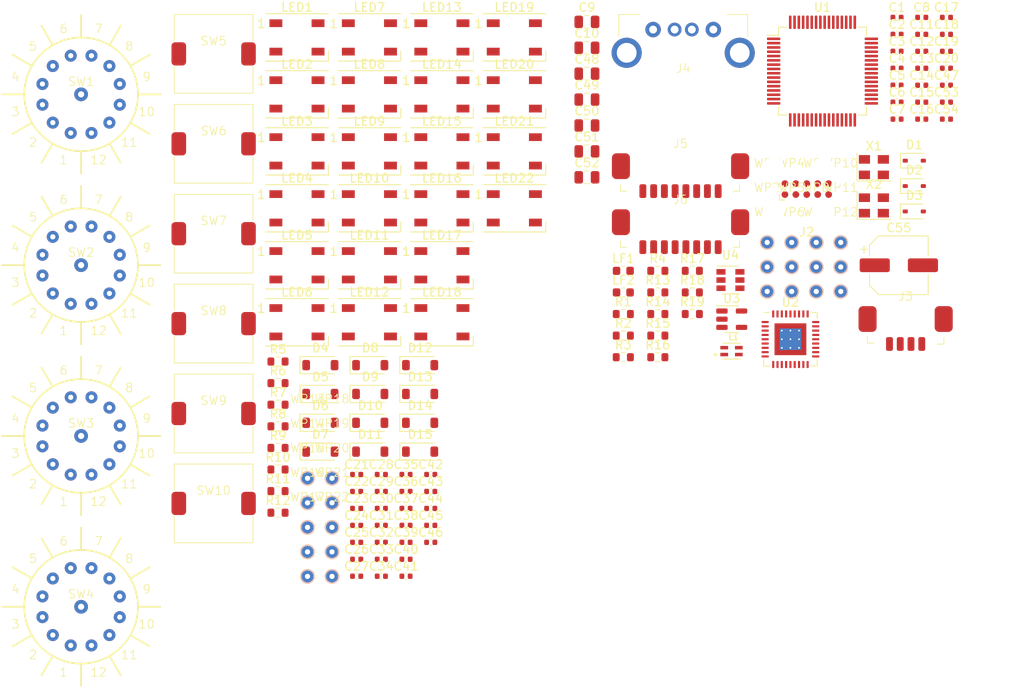
<source format=kicad_pcb>
(kicad_pcb (version 20221018) (generator pcbnew)
  (layers (0 "F.Cu" signal) (31 "B.Cu" signal) (34 "B.Paste" user) (35 "F.Paste" user) (36 "B.SilkS" user "B.Silkscreen") (37 "F.SilkS" user "F.Silkscreen") (38 "B.Mask" user) (39 "F.Mask" user) (44 "Edge.Cuts" user))
  (net 0 "")
  (net 1 "Net-(U1-VDDA)")
  (net 2 "~")
  (net 3 "Net-(U1-PF0)")
  (net 4 "Net-(U1-PF1)")
  (net 5 "/~{nRST}")
  (net 6 "Net-(U3-VIN)")
  (net 7 "+3.3V")
  (net 8 "Net-(U2-PLLFILT)")
  (net 9 "Net-(U2-CRFILT)")
  (net 10 "Net-(C13-Pad1)")
  (net 11 "Net-(U2-XTALOUT)")
  (net 12 "Net-(U2-XTALIN{slash}CLKIN)")
  (net 13 "Net-(LED1-VDD)")
  (net 14 "Net-(LED2-VDD)")
  (net 15 "Net-(LED3-VDD)")
  (net 16 "Net-(LED4-VDD)")
  (net 17 "Net-(LED5-VDD)")
  (net 18 "Net-(LED6-VDD)")
  (net 19 "Net-(LED7-VDD)")
  (net 20 "Net-(LED8-VDD)")
  (net 21 "Net-(LED9-VDD)")
  (net 22 "Net-(LED10-VDD)")
  (net 23 "Net-(LED11-VDD)")
  (net 24 "Net-(LED12-VDD)")
  (net 25 "Net-(LED13-VDD)")
  (net 26 "Net-(LED14-VDD)")
  (net 27 "Net-(LED15-VDD)")
  (net 28 "Net-(LED16-VDD)")
  (net 29 "Net-(LED17-VDD)")
  (net 30 "Net-(LED18-VDD)")
  (net 31 "Net-(LED19-VDD)")
  (net 32 "Net-(LED20-VDD)")
  (net 33 "Net-(LED21-VDD)")
  (net 34 "Net-(LED22-VDD)")
  (net 35 "/EN1_B")
  (net 36 "/EN1_A")
  (net 37 "/EN2_B")
  (net 38 "/EN2_A")
  (net 39 "Net-(U2-~{RESET})")
  (net 40 "Net-(U4-IN)")
  (net 41 "Net-(J4-VBUS)")
  (net 42 "Net-(D1-A1)")
  (net 43 "Net-(D1-A2)")
  (net 44 "/D+")
  (net 45 "/D-")
  (net 46 "Net-(D4-K)")
  (net 47 "/ROW1")
  (net 48 "Net-(D5-K)")
  (net 49 "/ROW2")
  (net 50 "Net-(D6-K)")
  (net 51 "/ROW3")
  (net 52 "Net-(D7-K)")
  (net 53 "/ROW4")
  (net 54 "Net-(D8-K)")
  (net 55 "/ROW5")
  (net 56 "Net-(D9-K)")
  (net 57 "Net-(D10-K)")
  (net 58 "Net-(D11-K)")
  (net 59 "Net-(D12-K)")
  (net 60 "Net-(D13-K)")
  (net 61 "Net-(D14-K)")
  (net 62 "/ROW6")
  (net 63 "Net-(D15-K)")
  (net 64 "/SWDIO")
  (net 65 "/DBG_RX")
  (net 66 "/DBG_TX")
  (net 67 "Net-(J2-3.3V)")
  (net 68 "/SWCLK")
  (net 69 "/USB_DSP_D-")
  (net 70 "/USB_DSP_D+")
  (net 72 "/COL7")
  (net 73 "/COL8")
  (net 74 "/COL9")
  (net 75 "/COL10")
  (net 76 "/COL11")
  (net 77 "/COL12")
  (net 78 "/EN3_A")
  (net 79 "/EN3_B")
  (net 80 "/EN4_A")
  (net 81 "/EN4_B")
  (net 82 "/LED_DOUT")
  (net 83 "Net-(J6-Pad6)")
  (net 84 "Net-(J6-Pad8)")
  (net 85 "/USB_D-")
  (net 86 "/USB_D+")
  (net 87 "Net-(LED1-DOUT)")
  (net 88 "/LED_DIN")
  (net 89 "Net-(LED2-DOUT)")
  (net 90 "Net-(LED3-DOUT)")
  (net 91 "Net-(LED4-DOUT)")
  (net 92 "Net-(LED5-DOUT)")
  (net 93 "Net-(LED6-DOUT)")
  (net 94 "Net-(LED7-DOUT)")
  (net 95 "Net-(LED8-DOUT)")
  (net 96 "Net-(LED10-DIN)")
  (net 97 "Net-(LED10-DOUT)")
  (net 98 "Net-(LED11-DOUT)")
  (net 99 "Net-(LED12-DOUT)")
  (net 100 "Net-(LED13-DOUT)")
  (net 101 "Net-(LED14-DOUT)")
  (net 102 "Net-(LED15-DOUT)")
  (net 103 "Net-(LED16-DOUT)")
  (net 104 "Net-(LED17-DOUT)")
  (net 105 "Net-(LED18-DOUT)")
  (net 106 "Net-(LED19-DOUT)")
  (net 107 "Net-(LED20-DOUT)")
  (net 108 "Net-(LED21-DOUT)")
  (net 109 "Net-(LF1-Pad2)")
  (net 110 "Net-(R1-Pad1)")
  (net 111 "/BOOT")
  (net 112 "Net-(U3-EN)")
  (net 113 "Net-(U2-RBIAS)")
  (net 114 "Net-(R5-Pad1)")
  (net 115 "Net-(R5-Pad2)")
  (net 116 "Net-(R6-Pad2)")
  (net 117 "Net-(R12-Pad2)")
  (net 118 "Net-(R10-Pad2)")
  (net 119 "Net-(R11-Pad1)")
  (net 120 "Net-(U2-SCL)")
  (net 121 "Net-(U2-SDA)")
  (net 122 "Net-(U2-LOCAL_PWR)")
  (net 123 "Net-(U2-HS_IND{slash}CFG_SEL1)")
  (net 124 "Net-(R17-Pad1)")
  (net 125 "Net-(R18-Pad1)")
  (net 126 "Net-(U2-OCS_N1)")
  (net 127 "Net-(U4-ILIM)")
  (net 128 "/COL1")
  (net 129 "/COL2")
  (net 130 "/COL3")
  (net 131 "/COL4")
  (net 132 "/COL5")
  (net 133 "/COL6")
  (net 143 "/SHIFT_DN")
  (net 144 "/SHIFT_UP")
  (net 145 "/CLUTCH_L")
  (net 146 "/CLUTCH_R")
  (net 148 "/USB_MCU_D-")
  (net 149 "/USB_MCU_D+")
  (net 154 "/USB_DSP_EN")
  (net 155 "/USB_DSP_FAULT")
  (net 156 "Net-(U2-VBUS_DET)")
  (net 158 "Net-(WP1-Pad1)")
  (net 159 "Net-(WP11-Pad1)")
  (footprint "Capacitor_SMD:C_0805_2012Metric" (layer "F.Cu") (at 83.337 28.359)
    (fp_text reference "C50" (at 0 -1.68) (layer "F.SilkS"))
    (fp_text value "c=1u")
    (pad "1" smd roundrect (at -0.95 0) (size 1 1.45) (layers "F.Cu" "F.Paste" "F.Mask") (net 10 "Net-(C13-Pad1)"))
    (pad "2" smd roundrect (at 0.95 0) (size 1 1.45) (layers "F.Cu" "F.Paste" "F.Mask") (net 2 "~"))
  )
  (footprint "CONN-USB:GSB12121RSKHR" (layer "F.Cu") (at 94.529184 19.911)
    (fp_text reference "J4" (at 0 1.826 unlocked) (layer "F.SilkS") (effects (font (thickness 0.1))))
    (fp_text value "USB_A")
    (pad "1" thru_hole circle (at -3.5 -2.7) (size 1.8 1.8) (drill 0.92) (layers "*.Cu" "*.Mask") (net 41 "Net-(J4-VBUS)"))
    (pad "2" thru_hole circle (at -1 -2.7) (size 1.6 1.6) (drill 0.92) (layers "*.Cu" "*.Mask") (net 69 "/USB_DSP_D-"))
    (pad "3" thru_hole circle (at 1 -2.7) (size 1.6 1.6) (drill 0.92) (layers "*.Cu" "*.Mask") (net 70 "/USB_DSP_D+"))
    (pad "4" thru_hole circle (at 3.5 -2.7) (size 1.8 1.8) (drill 0.92) (layers "*.Cu" "*.Mask") (net 2 "~"))
    (pad "5" thru_hole circle (at -6.57 0) (size 3.5 3.5) (drill 2.3) (layers "*.Cu" "*.Mask"))
    (pad "5" thru_hole circle (at 6.57 0) (size 3.5 3.5) (drill 2.3) (layers "*.Cu" "*.Mask"))
  )
  (footprint "WIRE-POINT:WP 24AWG" (layer "F.Cu") (at 107.137 47.649)
    (fp_text reference "WP6" (at 0 -9.223 unlocked) (layer "F.SilkS") (effects (font (thickness 0.1))))
    (fp_text value "~")
    (pad "1" thru_hole circle (at 0 0) (size 1.4 1.4) (drill 0.6) (layers "*.Cu" "*.Mask") (net 2 "~"))
  )
  (footprint "Diode_SMD:D_SOD-123" (layer "F.Cu") (at 52.362 56.209)
    (fp_text reference "D4" (at 0 -2) (layer "F.SilkS"))
    (fp_text value "BAT43W-TP")
    (pad "1" smd roundrect (at -1.65 0) (size 0.9 1.2) (layers "F.Cu" "F.Paste" "F.Mask") (net 46 "Net-(D4-K)"))
    (pad "2" smd roundrect (at 1.65 0) (size 0.9 1.2) (layers "F.Cu" "F.Paste" "F.Mask") (net 47 "/ROW1"))
  )
  (footprint "IND-SMD-CHOKE:FIL_DLW21HN900SQ2L" (layer "F.Cu") (at 100.142 54.5775)
    (fp_text reference "L1" (at 0.232 -1.6064) (layer "F.SilkS") (effects (font (size 0.64 0.64))))
    (fp_text value "DLW21HN900SQ2L")
    (pad "1" smd rect (at -0.85 0.4) (size 0.9 0.4) (layers "F.Cu" "F.Mask") (net 44 "/D+"))
    (pad "2" smd rect (at 0.85 0.4) (size 0.9 0.4) (layers "F.Cu" "F.Mask") (net 86 "/USB_D+"))
    (pad "3" smd rect (at 0.85 -0.4) (size 0.9 0.4) (layers "F.Cu" "F.Mask") (net 85 "/USB_D-"))
    (pad "4" smd rect (at -0.85 -0.4) (size 0.9 0.4) (layers "F.Cu" "F.Mask") (net 45 "/D-"))
  )
  (footprint "LED_SMD:LED_WS2812B_PLCC4_5.0x5.0mm_P3.2mm" (layer "F.Cu") (at 49.642 37.984)
    (fp_text reference "LED4" (at 0 -3.5) (layer "F.SilkS"))
    (fp_text value "WS2812B")
    (fp_text user "1" (at -4.15 -1.6) (layer "F.SilkS"))
    (pad "1" smd rect (at -2.45 -1.65) (size 1.5 0.9) (layers "F.Cu" "F.Paste" "F.Mask") (net 16 "Net-(LED4-VDD)"))
    (pad "2" smd rect (at -2.45 1.65) (size 1.5 0.9) (layers "F.Cu" "F.Paste" "F.Mask") (net 91 "Net-(LED4-DOUT)"))
    (pad "3" smd rect (at 2.45 1.65) (size 1.5 0.9) (layers "F.Cu" "F.Paste" "F.Mask") (net 2 "~"))
    (pad "4" smd rect (at 2.45 -1.65) (size 1.5 0.9) (layers "F.Cu" "F.Paste" "F.Mask") (net 90 "Net-(LED3-DOUT)"))
  )
  (footprint "Resistor_SMD:R_0603_1608Metric" (layer "F.Cu") (at 91.577 50.269)
    (fp_text reference "R14" (at 0 -1.43) (layer "F.SilkS"))
    (fp_text value "100kR-SMD-100mW-0603")
    (pad "1" smd roundrect (at -0.825 0) (size 0.8 0.95) (layers "F.Cu" "F.Paste" "F.Mask") (net 2 "~"))
    (pad "2" smd roundrect (at 0.825 0) (size 0.8 0.95) (layers "F.Cu" "F.Paste" "F.Mask") (net 121 "Net-(U2-SDA)"))
  )
  (footprint "Capacitor_SMD:C_0402_1005Metric" (layer "F.Cu") (at 65.187 68.919)
    (fp_text reference "C42" (at 0 -1.16) (layer "F.SilkS"))
    (fp_text value "100nF-CER-25V-0402")
    (pad "1" smd roundrect (at -0.48 0) (size 0.56 0.62) (layers "F.Cu" "F.Paste" "F.Mask") (net 34 "Net-(LED22-VDD)"))
    (pad "2" smd roundrect (at 0.48 0) (size 0.56 0.62) (layers "F.Cu" "F.Paste" "F.Mask") (net 2 "~"))
  )
  (footprint "WIRE-POINT:WP 24AWG" (layer "F.Cu") (at 53.717 80.759)
    (fp_text reference "WP22" (at 0 -9.223 unlocked) (layer "F.SilkS") (effects (font (thickness 0.1))))
    (fp_text value "~")
    (pad "1" thru_hole circle (at 0 0) (size 1.4 1.4) (drill 0.6) (layers "*.Cu" "*.Mask") (net 129 "/COL2"))
  )
  (footprint "Package_DFN_QFN:QFN-36-1EP_6x6mm_P0.5mm_EP3.7x3.7mm_ThermalVias" (layer "F.Cu") (at 106.987 53.199)
    (fp_text reference "U2" (at 0 -4.3) (layer "F.SilkS"))
    (fp_text value "USB2512B")
    (pad "1" smd roundrect (at -2.9375 -2) (size 0.825 0.25) (layers "F.Cu" "F.Paste" "F.Mask") (net 148 "/USB_MCU_D-"))
    (pad "2" smd roundrect (at -2.9375 -1.5) (size 0.825 0.25) (layers "F.Cu" "F.Paste" "F.Mask") (net 149 "/USB_MCU_D+"))
    (pad "3" smd roundrect (at -2.9375 -1) (size 0.825 0.25) (layers "F.Cu" "F.Paste" "F.Mask") (net 69 "/USB_DSP_D-"))
    (pad "4" smd roundrect (at -2.9375 -0.5) (size 0.825 0.25) (layers "F.Cu" "F.Paste" "F.Mask") (net 70 "/USB_DSP_D+"))
    (pad "5" smd roundrect (at -2.9375 0) (size 0.825 0.25) (layers "F.Cu" "F.Paste" "F.Mask") (net 10 "Net-(C13-Pad1)"))
    (pad "6" smd roundrect (at -2.9375 0.5) (size 0.825 0.25) (layers "F.Cu" "F.Paste" "F.Mask"))
    (pad "7" smd roundrect (at -2.9375 1) (size 0.825 0.25) (layers "F.Cu" "F.Paste" "F.Mask"))
    (pad "8" smd roundrect (at -2.9375 1.5) (size 0.825 0.25) (layers "F.Cu" "F.Paste" "F.Mask"))
    (pad "9" smd roundrect (at -2.9375 2) (size 0.825 0.25) (layers "F.Cu" "F.Paste" "F.Mask"))
    (pad "10" smd roundrect (at -2 2.9375) (size 0.25 0.825) (layers "F.Cu" "F.Paste" "F.Mask") (net 10 "Net-(C13-Pad1)"))
    (pad "11" smd roundrect (at -1.5 2.9375) (size 0.25 0.825) (layers "F.Cu" "F.Paste" "F.Mask") (net 2 "~"))
    (pad "12" smd roundrect (at -1 2.9375) (size 0.25 0.825) (layers "F.Cu" "F.Paste" "F.Mask"))
    (pad "13" smd roundrect (at -0.5 2.9375) (size 0.25 0.825) (layers "F.Cu" "F.Paste" "F.Mask") (net 126 "Net-(U2-OCS_N1)"))
    (pad "14" smd roundrect (at 0 2.9375) (size 0.25 0.825) (layers "F.Cu" "F.Paste" "F.Mask") (net 9 "Net-(U2-CRFILT)"))
    (pad "15" smd roundrect (at 0.5 2.9375) (size 0.25 0.825) (layers "F.Cu" "F.Paste" "F.Mask") (net 10 "Net-(C13-Pad1)"))
    (pad "16" smd roundrect (at 1 2.9375) (size 0.25 0.825) (layers "F.Cu" "F.Paste" "F.Mask") (net 154 "/USB_DSP_EN"))
    (pad "17" smd roundrect (at 1.5 2.9375) (size 0.25 0.825) (layers "F.Cu" "F.Paste" "F.Mask") (net 155 "/USB_DSP_FAULT"))
    (pad "18" smd roundrect (at 2 2.9375) (size 0.25 0.825) (layers "F.Cu" "F.Paste" "F.Mask"))
    (pad "19" smd roundrect (at 2.9375 2) (size 0.825 0.25) (layers "F.Cu" "F.Paste" "F.Mask"))
    (pad "20" smd roundrect (at 2.9375 1.5) (size 0.825 0.25) (layers "F.Cu" "F.Paste" "F.Mask"))
    (pad "21" smd roundrect (at 2.9375 1) (size 0.825 0.25) (layers "F.Cu" "F.Paste" "F.Mask"))
    (pad "22" smd roundrect (at 2.9375 0.5) (size 0.825 0.25) (layers "F.Cu" "F.Paste" "F.Mask") (net 121 "Net-(U2-SDA)"))
    (pad "23" smd roundrect (at 2.9375 0) (size 0.825 0.25) (layers "F.Cu" "F.Paste" "F.Mask") (net 10 "Net-(C13-Pad1)"))
    (pad "24" smd roundrect (at 2.9375 -0.5) (size 0.825 0.25) (layers "F.Cu" "F.Paste" "F.Mask") (net 120 "Net-(U2-SCL)"))
    (pad "25" smd roundrect (at 2.9375 -1) (size 0.825 0.25) (layers "F.Cu" "F.Paste" "F.Mask") (net 123 "Net-(U2-HS_IND{slash}CFG_SEL1)"))
    (pad "26" smd roundrect (at 2.9375 -1.5) (size 0.825 0.25) (layers "F.Cu" "F.Paste" "F.Mask") (net 39 "Net-(U2-~{RESET})"))
    (pad "27" smd roundrect (at 2.9375 -2) (size 0.825 0.25) (layers "F.Cu" "F.Paste" "F.Mask") (net 156 "Net-(U2-VBUS_DET)"))
    (pad "28" smd roundrect (at 2 -2.9375) (size 0.25 0.825) (layers "F.Cu" "F.Paste" "F.Mask") (net 122 "Net-(U2-LOCAL_PWR)"))
    (pad "29" smd roundrect (at 1.5 -2.9375) (size 0.25 0.825) (layers "F.Cu" "F.Paste" "F.Mask") (net 10 "Net-(C13-Pad1)"))
    (pad "30" smd roundrect (at 1 -2.9375) (size 0.25 0.825) (layers "F.Cu" "F.Paste" "F.Mask") (net 85 "/USB_D-"))
    (pad "31" smd roundrect (at 0.5 -2.9375) (size 0.25 0.825) (layers "F.Cu" "F.Paste" "F.Mask") (net 86 "/USB_D+"))
    (pad "32" smd roundrect (at 0 -2.9375) (size 0.25 0.825) (layers "F.Cu" "F.Paste" "F.Mask") (net 11 "Net-(U2-XTALOUT)"))
    (pad "33" smd roundrect (at -0.5 -2.9375) (size 0.25 0.825) (layers "F.Cu" "F.Paste" "F.Mask") (net 12 "Net-(U2-XTALIN{slash}CLKIN)"))
    (pad "34" smd roundrect (at -1 -2.9375) (size 0.25 0.825) (layers "F.Cu" "F.Paste" "F.Mask") (net 8 "Net-(U2-PLLFILT)"))
    (pad "35" smd roundrect (at -1.5 -2.9375) (size 0.25 0.825) (layers "F.Cu" "F.Paste" "F.Mask") (net 113 "Net-(U2-RBIAS)"))
    (pad "36" smd roundrect (at -2 -2.9375) (size 0.25 0.825) (layers "F.Cu" "F.Paste" "F.Mask") (net 10 "Net-(C13-Pad1)"))
    (pad "37" thru_hole circle (at -1 -1) (size 0.5 0.5) (drill 0.2) (layers "*.Cu") (net 2 "~"))
    (pad "37" thru_hole circle (at -1 0) (size 0.5 0.5) (drill 0.2) (layers "*.Cu") (net 2 "~"))
    (pad "37" thru_hole circle (at -1 1) (size 0.5 0.5) (drill 0.2) (layers "*.Cu") (net 2 "~"))
    (pad "37" thru_hole circle (at 0 -1) (size 0.5 0.5) (drill 0.2) (layers "*.Cu") (net 2 "~"))
    (pad "37" thru_hole circle (at 0 0) (size 0.5 0.5) (drill 0.2) (layers "*.Cu") (net 2 "~"))
    (pad "37" smd rect (at 0 0) (size 2.5 2.5) (layers "B.Cu") (net 2 "~"))
    (pad "37" smd rect (at 0 0) (size 3.7 3.7) (layers "F.Cu" "F.Mask") (net 2 "~"))
    (pad "37" thru_hole circle (at 0 1) (size 0.5 0.5) (drill 0.2) (layers "*.Cu") (net 2 "~"))
    (pad "37" thru_hole circle (at 1 -1) (size 0.5 0.5) (drill 0.2) (layers "*.Cu") (net 2 "~"))
    (pad "37" thru_hole circle (at 1 0) (size 0.5 0.5) (drill 0.2) (layers "*.Cu") (net 2 "~"))
    (pad "37" thru_hole circle (at 1 1) (size 0.5 0.5) (drill 0.2) (layers "*.Cu") (net 2 "~"))
  )
  (footprint "Resistor_SMD:R_0603_1608Metric" (layer "F.Cu") (at 47.437 60.809)
    (fp_text reference "R7" (at 0 -1.43) (layer "F.SilkS"))
    (fp_text value "10kR-SMD-100mW-0603")
    (pad "1" smd roundrect (at -0.825 0) (size 0.8 0.95) (layers "F.Cu" "F.Paste" "F.Mask") (net 36 "/EN1_A"))
    (pad "2" smd roundrect (at 0.825 0) (size 0.8 0.95) (layers "F.Cu" "F.Paste" "F.Mask") (net 116 "Net-(R6-Pad2)"))
  )
  (footprint "Diode_SMD:D_SOD-123" (layer "F.Cu") (at 58.157 66.259)
    (fp_text reference "D11" (at 0 -2) (layer "F.SilkS"))
    (fp_text value "BAT43W-TP")
    (pad "1" smd roundrect (at -1.65 0) (size 0.9 1.2) (layers "F.Cu" "F.Paste" "F.Mask") (net 58 "Net-(D11-K)"))
    (pad "2" smd roundrect (at 1.65 0) (size 0.9 1.2) (layers "F.Cu" "F.Paste" "F.Mask") (net 55 "/ROW5"))
  )
  (footprint "Resistor_SMD:R_0603_1608Metric" (layer "F.Cu") (at 47.437 65.829)
    (fp_text reference "R9" (at 0 -1.43) (layer "F.SilkS"))
    (fp_text value "10kR-SMD-100mW-0603")
    (pad "1" smd roundrect (at -0.825 0) (size 0.8 0.95) (layers "F.Cu" "F.Paste" "F.Mask") (net 38 "/EN2_A"))
    (pad "2" smd roundrect (at 0.825 0) (size 0.8 0.95) (layers "F.Cu" "F.Paste" "F.Mask") (net 117 "Net-(R12-Pad2)"))
  )
  (footprint "Capacitor_SMD:C_0402_1005Metric" (layer "F.Cu") (at 59.447 78.769)
    (fp_text reference "C33" (at 0 -1.16) (layer "F.SilkS"))
    (fp_text value "100nF-CER-25V-0402")
    (pad "1" smd roundrect (at -0.48 0) (size 0.56 0.62) (layers "F.Cu" "F.Paste" "F.Mask") (net 25 "Net-(LED13-VDD)"))
    (pad "2" smd roundrect (at 0.48 0) (size 0.56 0.62) (layers "F.Cu" "F.Paste" "F.Mask") (net 2 "~"))
  )
  (footprint "Capacitor_SMD:C_0402_1005Metric" (layer "F.Cu") (at 122.247 15.799)
    (fp_text reference "C8" (at 0 -1.16) (layer "F.SilkS"))
    (fp_text value "100nF-CER-25V-0402")
    (pad "1" smd roundrect (at -0.48 0) (size 0.56 0.62) (layers "F.Cu" "F.Paste" "F.Mask") (net 5 "/~{nRST}"))
    (pad "2" smd roundrect (at 0.48 0) (size 0.56 0.62) (layers "F.Cu" "F.Paste" "F.Mask") (net 2 "~"))
  )
  (footprint "Capacitor_SMD:C_0402_1005Metric" (layer "F.Cu") (at 119.377 19.739)
    (fp_text reference "C3" (at 0 -1.16) (layer "F.SilkS"))
    (fp_text value "100nF-CER-25V-0402")
    (pad "1" smd roundrect (at -0.48 0) (size 0.56 0.62) (layers "F.Cu" "F.Paste" "F.Mask") (net 1 "Net-(U1-VDDA)"))
    (pad "2" smd roundrect (at 0.48 0) (size 0.56 0.62) (layers "F.Cu" "F.Paste" "F.Mask") (net 2 "~"))
  )
  (footprint "Capacitor_SMD:C_0402_1005Metric" (layer "F.Cu") (at 62.317 80.739)
    (fp_text reference "C41" (at 0 -1.16) (layer "F.SilkS"))
    (fp_text value "100nF-CER-25V-0402")
    (pad "1" smd roundrect (at -0.48 0) (size 0.56 0.62) (layers "F.Cu" "F.Paste" "F.Mask") (net 33 "Net-(LED21-VDD)"))
    (pad "2" smd roundrect (at 0.48 0) (size 0.56 0.62) (layers "F.Cu" "F.Paste" "F.Mask") (net 2 "~"))
  )
  (footprint "Resistor_SMD:R_0603_1608Metric" (layer "F.Cu") (at 47.437 63.319)
    (fp_text reference "R8" (at 0 -1.43) (layer "F.SilkS"))
    (fp_text value "10kR-SMD-100mW-0603")
    (pad "1" smd roundrect (at -0.825 0) (size 0.8 0.95) (layers "F.Cu" "F.Paste" "F.Mask") (net 35 "/EN1_B"))
    (pad "2" smd roundrect (at 0.825 0) (size 0.8 0.95) (layers "F.Cu" "F.Paste" "F.Mask") (net 115 "Net-(R5-Pad2)"))
  )
  (footprint "Capacitor_SMD:C_0402_1005Metric" (layer "F.Cu") (at 59.447 70.889)
    (fp_text reference "C29" (at 0 -1.16) (layer "F.SilkS"))
    (fp_text value "100nF-CER-25V-0402")
    (pad "1" smd roundrect (at -0.48 0) (size 0.56 0.62) (layers "F.Cu" "F.Paste" "F.Mask") (net 21 "Net-(LED9-VDD)"))
    (pad "2" smd roundrect (at 0.48 0) (size 0.56 0.62) (layers "F.Cu" "F.Paste" "F.Mask") (net 2 "~"))
  )
  (footprint "Capacitor_SMD:C_0402_1005Metric" (layer "F.Cu") (at 56.577 80.739)
    (fp_text reference "C27" (at 0 -1.16) (layer "F.SilkS"))
    (fp_text value "100nF-CER-25V-0402")
    (pad "1" smd roundrect (at -0.48 0) (size 0.56 0.62) (layers "F.Cu" "F.Paste" "F.Mask") (net 19 "Net-(LED7-VDD)"))
    (pad "2" smd roundrect (at 0.48 0) (size 0.56 0.62) (layers "F.Cu" "F.Paste" "F.Mask") (net 2 "~"))
  )
  (footprint "Capacitor_SMD:C_0402_1005Metric" (layer "F.Cu") (at 119.377 21.709)
    (fp_text reference "C4" (at 0 -1.16) (layer "F.SilkS"))
    (fp_text value "100nF-CER-25V-0402")
    (pad "1" smd roundrect (at -0.48 0) (size 0.56 0.62) (layers "F.Cu" "F.Paste" "F.Mask") (net 1 "Net-(U1-VDDA)"))
    (pad "2" smd roundrect (at 0.48 0) (size 0.56 0.62) (layers "F.Cu" "F.Paste" "F.Mask") (net 2 "~"))
  )
  (footprint "LED_SMD:LED_WS2812B_PLCC4_5.0x5.0mm_P3.2mm" (layer "F.Cu") (at 58.062 51.224)
    (fp_text reference "LED12" (at 0 -3.5) (layer "F.SilkS"))
    (fp_text value "WS2812B")
    (fp_text user "1" (at -4.15 -1.6) (layer "F.SilkS"))
    (pad "1" smd rect (at -2.45 -1.65) (size 1.5 0.9) (layers "F.Cu" "F.Paste" "F.Mask") (net 24 "Net-(LED12-VDD)"))
    (pad "2" smd rect (at -2.45 1.65) (size 1.5 0.9) (layers "F.Cu" "F.Paste" "F.Mask") (net 99 "Net-(LED12-DOUT)"))
    (pad "3" smd rect (at 2.45 1.65) (size 1.5 0.9) (layers "F.Cu" "F.Paste" "F.Mask") (net 2 "~"))
    (pad "4" smd rect (at 2.45 -1.65) (size 1.5 0.9) (layers "F.Cu" "F.Paste" "F.Mask") (net 98 "Net-(LED11-DOUT)"))
  )
  (footprint "WIRE-POINT:WP 24AWG" (layer "F.Cu") (at 104.287 41.949)
    (fp_text reference "WP1" (at 0 -9.223 unlocked) (layer "F.SilkS") (effects (font (thickness 0.1))))
    (fp_text value "~")
    (pad "1" thru_hole circle (at 0 0) (size 1.4 1.4) (drill 0.6) (layers "*.Cu" "*.Mask") (net 158 "Net-(WP1-Pad1)"))
  )
  (footprint "SOT-SMD:SOT-23-6" (layer "F.Cu") (at 100.017 46.319)
    (fp_text reference "U4" (at 0 -2.9) (layer "F.SilkS"))
    (fp_text value "~")
    (pad "1" smd rect (at -1.1 -0.95) (size 1.06 0.65) (layers "F.Cu" "F.Paste" "F.Mask") (net 40 "Net-(U4-IN)"))
    (pad "2" smd rect (at -1.1 0) (size 1.06 0.65) (layers "F.Cu" "F.Paste" "F.Mask") (net 2 "~"))
    (pad "3" smd rect (at -1.1 0.95) (size 1.06 0.65) (layers "F.Cu" "F.Paste" "F.Mask") (net 154 "/USB_DSP_EN"))
    (pad "4" smd rect (at 1.1 0.95) (size 1.06 0.65) (layers "F.Cu" "F.Paste" "F.Mask") (net 155 "/USB_DSP_FAULT"))
    (pad "5" smd rect (at 1.1 0) (size 1.06 0.65) (layers "F.Cu" "F.Paste" "F.Mask") (net 127 "Net-(U4-ILIM)"))
    (pad "6" smd rect (at 1.1 -0.95) (size 1.06 0.65) (layers "F.Cu" "F.Paste" "F.Mask") (net 41 "Net-(J4-VBUS)"))
  )
  (footprint "LED_SMD:LED_WS2812B_PLCC4_5.0x5.0mm_P3.2mm" (layer "F.Cu") (at 58.062 44.604)
    (fp_text reference "LED11" (at 0 -3.5) (layer "F.SilkS"))
    (fp_text value "WS2812B")
    (fp_text user "1" (at -4.15 -1.6) (layer "F.SilkS"))
    (pad "1" smd rect (at -2.45 -1.65) (size 1.5 0.9) (layers "F.Cu" "F.Paste" "F.Mask") (net 23 "Net-(LED11-VDD)"))
    (pad "2" smd rect (at -2.45 1.65) (size 1.5 0.9) (layers "F.Cu" "F.Paste" "F.Mask") (net 98 "Net-(LED11-DOUT)"))
    (pad "3" smd rect (at 2.45 1.65) (size 1.5 0.9) (layers "F.Cu" "F.Paste" "F.Mask") (net 2 "~"))
    (pad "4" smd rect (at 2.45 -1.65) (size 1.5 0.9) (layers "F.Cu" "F.Paste" "F.Mask") (net 97 "Net-(LED10-DOUT)"))
  )
  (footprint "Capacitor_SMD:C_0402_1005Metric" (layer "F.Cu") (at 62.317 72.859)
    (fp_text reference "C37" (at 0 -1.16) (layer "F.SilkS"))
    (fp_text value "100nF-CER-25V-0402")
    (pad "1" smd roundrect (at -0.48 0) (size 0.56 0.62) (layers "F.Cu" "F.Paste" "F.Mask") (net 29 "Net-(LED17-VDD)"))
    (pad "2" smd roundrect (at 0.48 0) (size 0.56 0.62) (layers "F.Cu" "F.Paste" "F.Mask") (net 2 "~"))
  )
  (footprint "Diode_SMD:D_SOD-323" (layer "F.Cu") (at 121.382 35.399)
    (fp_text reference "D2" (at 0 -1.85) (layer "F.SilkS"))
    (fp_text value "DESD5V0U1BA-7")
    (pad "1" smd roundrect (at -1.05 0) (size 0.6 0.45) (layers "F.Cu" "F.Paste" "F.Mask") (net 42 "Net-(D1-A1)"))
    (pad "2" smd roundrect (at 1.05 0) (size 0.6 0.45) (layers "F.Cu" "F.Paste" "F.Mask") (net 44 "/D+"))
  )
  (footprint "Package_TO_SOT_SMD:SOT-23-5" (layer "F.Cu") (at 100.167 50.869)
    (fp_text reference "U3" (at 0 -2.4) (layer "F.SilkS"))
    (fp_text value "AP2112K-3.3")
    (pad "1" smd roundrect (at -1.1375 -0.95) (size 1.325 0.6) (layers "F.Cu" "F.Paste" "F.Mask") (net 6 "Net-(U3-VIN)"))
    (pad "2" smd roundrect (at -1.1375 0) (size 1.325 0.6) (layers "F.Cu" "F.Paste" "F.Mask") (net 2 "~"))
    (pad "3" smd roundrect (at -1.1375 0.95) (size 1.325 0.6) (layers "F.Cu" "F.Paste" "F.Mask") (net 112 "Net-(U3-EN)"))
    (pad "4" smd roundrect (at 1.1375 0.95) (size 1.325 0.6) (layers "F.Cu" "F.Paste" "F.Mask"))
    (pad "5" smd roundrect (at 1.1375 -0.95) (size 1.325 0.6) (layers "F.Cu" "F.Paste" "F.Mask") (net 7 "+3.3V"))
  )
  (footprint "Capacitor_SMD:C_0402_1005Metric" (layer "F.Cu") (at 119.377 15.799)
    (fp_text reference "C1" (at 0 -1.16) (layer "F.SilkS"))
    (fp_text value "100nF-CER-25V-0402")
    (pad "1" smd roundrect (at -0.48 0) (size 0.56 0.62) (layers "F.Cu" "F.Paste" "F.Mask") (net 1 "Net-(U1-VDDA)"))
    (pad "2" smd roundrect (at 0.48 0) (size 0.56 0.62) (layers "F.Cu" "F.Paste" "F.Mask") (net 2 "~"))
  )
  (footprint "Diode_SMD:D_SOD-123" (layer "F.Cu") (at 63.952 62.909)
    (fp_text reference "D14" (at 0 -2) (layer "F.SilkS"))
    (fp_text value "BAT43W-TP")
    (pad "1" smd roundrect (at -1.65 0) (size 0.9 1.2) (layers "F.Cu" "F.Paste" "F.Mask") (net 61 "Net-(D14-K)"))
    (pad "2" smd roundrect (at 1.65 0) (size 0.9 1.2) (layers "F.Cu" "F.Paste" "F.Mask") (net 62 "/ROW6"))
  )
  (footprint "Capacitor_SMD:C_0402_1005Metric" (layer "F.Cu") (at 62.317 74.829)
    (fp_text reference "C38" (at 0 -1.16) (layer "F.SilkS"))
    (fp_text value "100nF-CER-25V-0402")
    (pad "1" smd roundrect (at -0.48 0) (size 0.56 0.62) (layers "F.Cu" "F.Paste" "F.Mask") (net 30 "Net-(LED18-VDD)"))
    (pad "2" smd roundrect (at 0.48 0) (size 0.56 0.62) (layers "F.Cu" "F.Paste" "F.Mask") (net 2 "~"))
  )
  (footprint "Capacitor_SMD:C_0402_1005Metric" (layer "F.Cu") (at 119.377 27.619)
    (fp_text reference "C7" (at 0 -1.16) (layer "F.SilkS"))
    (fp_text value "~")
    (pad "1" smd roundrect (at -0.48 0) (size 0.56 0.62) (layers "F.Cu" "F.Paste" "F.Mask") (net 2 "~"))
    (pad "2" smd roundrect (at 0.48 0) (size 0.56 0.62) (layers "F.Cu" "F.Paste" "F.Mask") (net 4 "Net-(U1-PF1)"))
  )
  (footprint "Capacitor_SMD:C_0805_2012Metric" (layer "F.Cu") (at 83.337 16.319)
    (fp_text reference "C9" (at 0 -1.68) (layer "F.SilkS"))
    (fp_text value "10uF-CER-25V-0805")
    (pad "1" smd roundrect (at -0.95 0) (size 1 1.45) (layers "F.Cu" "F.Paste" "F.Mask") (net 6 "Net-(U3-VIN)"))
    (pad "2" smd roundrect (at 0.95 0) (size 1 1.45) (layers "F.Cu" "F.Paste" "F.Mask") (net 2 "~"))
  )
  (footprint "LED_SMD:LED_WS2812B_PLCC4_5.0x5.0mm_P3.2mm" (layer "F.Cu") (at 66.482 18.124)
    (fp_text reference "LED13" (at 0 -3.5) (layer "F.SilkS"))
    (fp_text value "WS2812B")
    (fp_text user "1" (at -4.15 -1.6) (layer "F.SilkS"))
    (pad "1" smd rect (at -2.45 -1.65) (size 1.5 0.9) (layers "F.Cu" "F.Paste" "F.Mask") (net 25 "Net-(LED13-VDD)"))
    (pad "2" smd rect (at -2.45 1.65) (size 1.5 0.9) (layers "F.Cu" "F.Paste" "F.Mask") (net 100 "Net-(LED13-DOUT)"))
    (pad "3" smd rect (at 2.45 1.65) (size 1.5 0.9) (layers "F.Cu" "F.Paste" "F.Mask") (net 2 "~"))
    (pad "4" smd rect (at 2.45 -1.65) (size 1.5 0.9) (layers "F.Cu" "F.Paste" "F.Mask") (net 99 "Net-(LED12-DOUT)"))
  )
  (footprint "LED_SMD:LED_WS2812B_PLCC4_5.0x5.0mm_P3.2mm" (layer "F.Cu") (at 49.642 31.364)
    (fp_text reference "LED3" (at 0 -3.5) (layer "F.SilkS"))
    (fp_text value "WS2812B")
    (fp_text user "1" (at -4.15 -1.6) (layer "F.SilkS"))
    (pad "1" smd rect (at -2.45 -1.65) (size 1.5 0.9) (layers "F.Cu" "F.Paste" "F.Mask") (net 15 "Net-(LED3-VDD)"))
    (pad "2" smd rect (at -2.45 1.65) (size 1.5 0.9) (layers "F.Cu" "F.Paste" "F.Mask") (net 90 "Net-(LED3-DOUT)"))
    (pad "3" smd rect (at 2.45 1.65) (size 1.5 0.9) (layers "F.Cu" "F.Paste" "F.Mask") (net 2 "~"))
    (pad "4" smd rect (at 2.45 -1.65) (size 1.5 0.9) (layers "F.Cu" "F.Paste" "F.Mask") (net 89 "Net-(LED2-DOUT)"))
  )
  (footprint "Capacitor_SMD:C_0402_1005Metric" (layer "F.Cu") (at 65.187 74.829)
    (fp_text reference "C45" (at 0 -1.16) (layer "F.SilkS"))
    (fp_text value "100nF-CER-25V-0402")
    (pad "1" smd roundrect (at -0.48 0) (size 0.56 0.62) (layers "F.Cu" "F.Paste" "F.Mask") (net 37 "/EN2_B"))
    (pad "2" smd roundrect (at 0.48 0) (size 0.56 0.62) (layers "F.Cu" "F.Paste" "F.Mask") (net 2 "~"))
  )
  (footprint "Diode_SMD:D_SOD-123" (layer "F.Cu") (at 63.952 66.259)
    (fp_text reference "D15" (at 0 -2) (layer "F.SilkS"))
    (fp_text value "BAT43W-TP")
    (pad "1" smd roundrect (at -1.65 0) (size 0.9 1.2) (layers "F.Cu" "F.Paste" "F.Mask") (net 63 "Net-(D15-K)"))
    (pad "2" smd roundrect (at 1.65 0) (size 0.9 1.2) (layers "F.Cu" "F.Paste" "F.Mask") (net 62 "/ROW6"))
  )
  (footprint "Capacitor_SMD:C_0402_1005Metric" (layer "F.Cu") (at 56.577 68.919)
    (fp_text reference "C21" (at 0 -1.16) (layer "F.SilkS"))
    (fp_text value "100nF-CER-25V-0402")
    (pad "1" smd roundrect (at -0.48 0) (size 0.56 0.62) (layers "F.Cu" "F.Paste" "F.Mask") (net 13 "Net-(LED1-VDD)"))
    (pad "2" smd roundrect (at 0.48 0) (size 0.56 0.62) (layers "F.Cu" "F.Paste" "F.Mask") (net 2 "~"))
  )
  (footprint "Capacitor_SMD:C_0402_1005Metric" (layer "F.Cu") (at 59.447 76.799)
    (fp_text reference "C32" (at 0 -1.16) (layer "F.SilkS"))
    (fp_text value "100nF-CER-25V-0402")
    (pad "1" smd roundrect (at -0.48 0) (size 0.56 0.62) (layers "F.Cu" "F.Paste" "F.Mask") (net 24 "Net-(LED12-VDD)"))
    (pad "2" smd roundrect (at 0.48 0) (size 0.56 0.62) (layers "F.Cu" "F.Paste" "F.Mask") (net 2 "~"))
  )
  (footprint "Capacitor_SMD:C_0402_1005Metric" (layer "F.Cu") (at 125.117 17.769)
    (fp_text reference "C18" (at 0 -1.16) (layer "F.SilkS"))
    (fp_text value "100nF-CER-25V-0402")
    (pad "1" smd roundrect (at -0.48 0) (size 0.56 0.62) (layers "F.Cu" "F.Paste" "F.Mask") (net 10 "Net-(C13-Pad1)"))
    (pad "2" smd roundrect (at 0.48 0) (size 0.56 0.62) (layers "F.Cu" "F.Paste" "F.Mask") (net 2 "~"))
  )
  (footprint "CONN-SMD-RECT:0532610871 8POS P1.25" (layer "F.Cu") (at 94.215 39.5975)
    (fp_text reference "J6" (at 0 -2.619 unlocked) (layer "F.SilkS") (effects (font (thickness 0.1))))
    (fp_text value "0532610871")
    (pad "0" smd roundrect (at -6.925 0) (size 2.1 3) (layers "F.Cu" "F.Paste" "F.Mask"))
    (pad "0" smd roundrect (at 6.925 0) (size 2.1 3) (layers "F.Cu" "F.Paste" "F.Mask"))
    (pad "1" smd roundrect (at 4.375 2.9) (size 0.8 1.6) (layers "F.Cu" "F.Paste" "F.Mask") (net 78 "/EN3_A"))
    (pad "2" smd roundrect (at 3.125 2.9) (size 0.8 1.6) (layers "F.Cu" "F.Paste" "F.Mask") (net 79 "/EN3_B"))
    (pad "3" smd roundrect (at 1.875 2.9) (size 0.8 1.6) (layers "F.Cu" "F.Paste" "F.Mask") (net 80 "/EN4_A"))
    (pad "4" smd roundrect (at 0.625 2.9) (size 0.8 1.6) (layers "F.Cu" "F.Paste" "F.Mask") (net 81 "/EN4_B"))
    (pad "5" smd roundrect (at -0.625 2.9) (size 0.8 1.6) (layers "F.Cu" "F.Paste" "F.Mask") (net 82 "/LED_DOUT"))
    (pad "6" smd roundrect (at -1.875 2.9) (size 0.8 1.6) (layers "F.Cu" "F.Paste" "F.Mask") (net 83 "Net-(J6-Pad6)"))
    (pad "7" smd roundrect (at -3.125 2.9) (size 0.8 1.6) (layers "F.Cu" "F.Paste" "F.Mask") (net 2 "~"))
    (pad "8" smd roundrect (at -4.375 2.9) (size 0.8 1.6) (layers "F.Cu" "F.Paste" "F.Mask") (net 84 "Net-(J6-Pad8)"))
  )
  (footprint "Crystal:Crystal_SMD_EuroQuartz_MT-4Pin_3.2x2.5mm" (layer "F.Cu") (at 116.687 37.649)
    (fp_text reference "X2" (at 0 -2.45) (layer "F.SilkS"))
    (fp_text value "24MHz")
    (pad "1" smd rect (at -1.1 0.9) (size 1.3 1) (layers "F.Cu" "F.Paste" "F.Mask") (net 11 "Net-(U2-XTALOUT)"))
    (pad "2" smd rect (at 1.1 0.9) (size 1.3 1) (layers "F.Cu" "F.Paste" "F.Mask") (net 2 "~"))
    (pad "3" smd rect (at 1.1 -0.9) (size 1.3 1) (layers "F.Cu" "F.Paste" "F.Mask") (net 12 "Net-(U2-XTALIN{slash}CLKIN)"))
    (pad "4" smd rect (at -1.1 -0.9) (size 1.3 1) (layers "F.Cu" "F.Paste" "F.Mask") (net 2 "~"))
  )
  (footprint "WIRE-POINT:WP 24AWG" (layer "F.Cu") (at 104.287 47.649)
    (fp_text reference "WP3" (at 0 -9.223 unlocked) (layer "F.SilkS") (effects (font (thickness 0.1))))
    (fp_text value "~")
    (pad "1" thru_hole circle (at 0 0) (size 1.4 1.4) (drill 0.6) (layers "*.Cu" "*.Mask") (net 2 "~"))
  )
  (footprint "LED_SMD:LED_WS2812B_PLCC4_5.0x5.0mm_P3.2mm" (layer "F.Cu") (at 49.642 44.604)
    (fp_text reference "LED5" (at 0 -3.5) (layer "F.SilkS"))
    (fp_text value "WS2812B")
    (fp_text user "1" (at -4.15 -1.6) (layer "F.SilkS"))
    (pad "1" smd rect (at -2.45 -1.65) (size 1.5 0.9) (layers "F.Cu" "F.Paste" "F.Mask") (net 17 "Net-(LED5-VDD)"))
    (pad "2" smd rect (at -2.45 1.65) (size 1.5 0.9) (layers "F.Cu" "F.Paste" "F.Mask") (net 92 "Net-(LED5-DOUT)"))
    (pad "3" smd rect (at 2.45 1.65) (size 1.5 0.9) (layers "F.Cu" "F.Paste" "F.Mask") (net 2 "~"))
    (pad "4" smd rect (at 2.45 -1.65) (size 1.5 0.9) (layers "F.Cu" "F.Paste" "F.Mask") (net 91 "Net-(LED4-DOUT)"))
  )
  (footprint "Capacitor_SMD:C_0402_1005Metric" (layer "F.Cu") (at 59.447 72.859)
    (fp_text reference "C30" (at 0 -1.16) (layer "F.SilkS"))
    (fp_text value "100nF-CER-25V-0402")
    (pad "1" smd roundrect (at -0.48 0) (size 0.56 0.62) (layers "F.Cu" "F.Paste" "F.Mask") (net 22 "Net-(LED10-VDD)"))
    (pad "2" smd roundrect (at 0.48 0) (size 0.56 0.62) (layers "F.Cu" "F.Paste" "F.Mask") (net 2 "~"))
  )
  (footprint "Resistor_SMD:R_0603_1608Metric" (layer "F.Cu") (at 47.437 73.359)
    (fp_text reference "R12" (at 0 -1.43) (layer "F.SilkS"))
    (fp_text value "10kR-SMD-100mW-0603")
    (pad "1" smd roundrect (at -0.825 0) (size 0.8 0.95) (layers "F.Cu" "F.Paste" "F.Mask") (net 119 "Net-(R11-Pad1)"))
    (pad "2" smd roundrect (at 0.825 0) (size 0.8 0.95) (layers "F.Cu" "F.Paste" "F.Mask") (net 117 "Net-(R12-Pad2)"))
  )
  (footprint "Capacitor_SMD:C_0805_2012Metric" (layer "F.Cu") (at 83.337 25.349)
    (fp_text reference "C49" (at 0 -1.68) (layer "F.SilkS"))
    (fp_text value "c=1u")
    (pad "1" smd roundrect (at -0.95 0) (size 1 1.45) (layers "F.Cu" "F.Paste" "F.Mask") (net 1 "Net-(U1-VDDA)"))
    (pad "2" smd roundrect (at 0.95 0) (size 1 1.45) (layers "F.Cu" "F.Paste" "F.Mask") (net 2 "~"))
  )
  (footprint "Capacitor_SMD:C_0402_1005Metric" (layer "F.Cu") (at 122.247 19.739)
    (fp_text reference "C12" (at 0 -1.16) (layer "F.SilkS"))
    (fp_text value "100nF-CER-25V-0402")
    (pad "1" smd roundrect (at -0.48 0) (size 0.56 0.62) (layers "F.Cu" "F.Paste" "F.Mask") (net 9 "Net-(U2-CRFILT)"))
    (pad "2" smd roundrect (at 0.48 0) (size 0.56 0.62) (layers "F.Cu" "F.Paste" "F.Mask") (net 2 "~"))
  )
  (footprint "Resistor_SMD:R_0603_1608Metric" (layer "F.Cu") (at 87.567 50.269)
    (fp_text reference "R1" (at 0 -1.43) (layer "F.SilkS"))
    (fp_text value "100kR-SMD-100mW-0603")
    (pad "1" smd roundrect (at -0.825 0) (size 0.8 0.95) (layers "F.Cu" "F.Paste" "F.Mask") (net 110 "Net-(R1-Pad1)"))
    (pad "2" smd roundrect (at 0.825 0) (size 0.8 0.95) (layers "F.Cu" "F.Paste" "F.Mask") (net 5 "/~{nRST}"))
  )
  (footprint "Diode_SMD:D_SOD-123" (layer "F.Cu") (at 63.952 56.209)
    (fp_text reference "D12" (at 0 -2) (layer "F.SilkS"))
    (fp_text value "BAT43W-TP")
    (pad "1" smd roundrect (at -1.65 0) (size 0.9 1.2) (layers "F.Cu" "F.Paste" "F.Mask") (net 59 "Net-(D12-K)"))
    (pad "2" smd roundrect (at 1.65 0) (size 0.9 1.2) (layers "F.Cu" "F.Paste" "F.Mask") (net 55 "/ROW5"))
  )
  (footprint "LED_SMD:LED_WS2812B_PLCC4_5.0x5.0mm_P3.2mm" (layer "F.Cu") (at 49.642 24.744)
    (fp_text reference "LED2" (at 0 -3.5) (layer "F.SilkS"))
    (fp_text value "WS2812B")
    (fp_text user "1" (at -4.15 -1.6) (layer "F.SilkS"))
    (pad "1" smd rect (at -2.45 -1.65) (size 1.5 0.9) (layers "F.Cu" "F.Paste" "F.Mask") (net 14 "Net-(LED2-VDD)"))
    (pad "2" smd rect (at -2.45 1.65) (size 1.5 0.9) (layers "F.Cu" "F.Paste" "F.Mask") (net 89 "Net-(LED2-DOUT)"))
    (pad "3" smd rect (at 2.45 1.65) (size 1.5 0.9) (layers "F.Cu" "F.Paste" "F.Mask") (net 2 "~"))
    (pad "4" smd rect (at 2.45 -1.65) (size 1.5 0.9) (layers "F.Cu" "F.Paste" "F.Mask") (net 87 "Net-(LED1-DOUT)"))
  )
  (footprint "Capacitor_SMD:C_0402_1005Metric" (layer "F.Cu") (at 65.187 70.889)
    (fp_text reference "C43" (at 0 -1.16) (layer "F.SilkS"))
    (fp_text value "100nF-CER-25V-0402")
    (pad "1" smd roundrect (at -0.48 0) (size 0.56 0.62) (layers "F.Cu" "F.Paste" "F.Mask") (net 35 "/EN1_B"))
    (pad "2" smd roundrect (at 0.48 0) (size 0.56 0.62) (layers "F.Cu" "F.Paste" "F.Mask") (net 2 "~"))
  )
  (footprint "Package_QFP:LQFP-64_10x10mm_P0.5mm" (layer "F.Cu") (at 110.717 22.039)
    (fp_text reference "U1" (at 0 -7.4) (layer "F.SilkS"))
    (fp_text value "STM32F303RETx")
    (pad "1" smd roundrect (at -5.675 -3.75) (size 1.55 0.3) (layers "F.Cu" "F.Paste" "F.Mask"))
    (pad "2" smd roundrect (at -5.675 -3.25) (size 1.55 0.3) (layers "F.Cu" "F.Paste" "F.Mask"))
    (pad "3" smd roundrect (at -5.675 -2.75) (size 1.55 0.3) (layers "F.Cu" "F.Paste" "F.Mask"))
    (pad "4" smd roundrect (at -5.675 -2.25) (size 1.55 0.3) (layers "F.Cu" "F.Paste" "F.Mask"))
    (pad "5" smd roundrect (at -5.675 -1.75) (size 1.55 0.3) (layers "F.Cu" "F.Paste" "F.Mask") (net 3 "Net-(U1-PF0)"))
    (pad "6" smd roundrect (at -5.675 -1.25) (size 1.55 0.3) (layers "F.Cu" "F.Paste" "F.Mask") (net 4 "Net-(U1-PF1)"))
    (pad "7" smd roundrect (at -5.675 -0.75) (size 1.55 0.3) (layers "F.Cu" "F.Paste" "F.Mask") (net 5 "/~{nRST}"))
    (pad "8" smd roundrect (at -5.675 -0.25) (size 1.55 0.3) (layers "F.Cu" "F.Paste" "F.Mask") (net 36 "/EN1_A"))
    (pad "9" smd roundrect (at -5.675 0.25) (size 1.55 0.3) (layers "F.Cu" "F.Paste" "F.Mask") (net 35 "/EN1_B"))
    (pad "10" smd roundrect (at -5.675 0.75) (size 1.55 0.3) (layers "F.Cu" "F.Paste" "F.Mask"))
    (pad "11" smd roundrect (at -5.675 1.25) (size 1.55 0.3) (layers "F.Cu" "F.Paste" "F.Mask"))
    (pad "12" smd roundrect (at -5.675 1.75) (size 1.55 0.3) (layers "F.Cu" "F.Paste" "F.Mask") (net 2 "~"))
    (pad "13" smd roundrect (at -5.675 2.25) (size 1.55 0.3) (layers "F.Cu" "F.Paste" "F.Mask") (net 1 "Net-(U1-VDDA)"))
    (pad "14" smd roundrect (at -5.675 2.75) (size 1.55 0.3) (layers "F.Cu" "F.Paste" "F.Mask") (net 38 "/EN2_A"))
    (pad "15" smd roundrect (at -5.675 3.25) (size 1.55 0.3) (layers "F.Cu" "F.Paste" "F.Mask") (net 37 "/EN2_B"))
    (pad "16" smd roundrect (at -5.675 3.75) (size 1.55 0.3) (layers "F.Cu" "F.Paste" "F.Mask"))
    (pad "17" smd roundrect (at -3.75 5.675) (size 0.3 1.55) (layers "F.Cu" "F.Paste" "F.Mask"))
    (pad "18" smd roundrect (at -3.25 5.675) (size 0.3 1.55) (layers "F.Cu" "F.Paste" "F.Mask") (net 2 "~"))
    (pad "19" smd roundrect (at -2.75 5.675) (size 0.3 1.55) (layers "F.Cu" "F.Paste" "F.Mask") (net 1 "Net-(U1-VDDA)"))
    (pad "20" smd roundrect (at -2.25 5.675) (size 0.3 1.55) (layers "F.Cu" "F.Paste" "F.Mask") (net 79 "/EN3_B"))
    (pad "21" smd roundrect (at -1.75 5.675) (size 0.3 1.55) (layers "F.Cu" "F.Paste" "F.Mask"))
    (pad "22" smd roundrect (at -1.25 5.675) (size 0.3 1.55) (layers "F.Cu" "F.Paste" "F.Mask") (net 78 "/EN3_A"))
    (pad "23" smd roundrect (at -0.75 5.675) (size 0.3 1.55) (layers "F.Cu" "F.Paste" "F.Mask") (net 88 "/LED_DIN"))
    (pad "24" smd roundrect (at -0.25 5.675) (size 0.3 1.55) (layers "F.Cu" "F.Paste" "F.Mask") (net 128 "/COL1"))
    (pad "25" smd roundrect (at 0.25 5.675) (size 0.3 1.55) (layers "F.Cu" "F.Paste" "F.Mask") (net 129 "/COL2"))
    (pad "26" smd roundrect (at 0.75 5.675) (size 0.3 1.55) (layers "F.Cu" "F.Paste" "F.Mask") (net 130 "/COL3"))
    (pad "27" smd roundrect (at 1.25 5.675) (size 0.3 1.55) (layers "F.Cu" "F.Paste" "F.Mask") (net 131 "/COL4"))
    (pad "28" smd roundrect (at 1.75 5.675) (size 0.3 1.55) (layers "F.Cu" "F.Paste" "F.Mask") (net 132 "/COL5"))
    (pad "29" smd roundrect (at 2.25 5.675) (size 0.3 1.55) (layers "F.Cu" "F.Paste" "F.Mask") (net 143 "/SHIFT_DN"))
    (pad "30" smd roundrect (at 2.75 5.675) (size 0.3 1.55) (layers "F.Cu" "F.Paste" "F.Mask") (net 144 "/SHIFT_UP"))
    (pad "31" smd roundrect (at 3.25 5.675) (size 0.3 1.55) (layers "F.Cu" "F.Paste" "F.Mask") (net 2 "~"))
    (pad "32" smd roundrect (at 3.75 5.675) (size 0.3 1.55) (layers "F.Cu" "F.Paste" "F.Mask") (net 1 "Net-(U1-VDDA)"))
    (pad "33" smd roundrect (at 5.675 3.75) (size 1.55 0.3) (layers "F.Cu" "F.Paste" "F.Mask") (net 145 "/CLUTCH_L"))
    (pad "34" smd roundrect (at 5.675 3.25) (size 1.55 0.3) (layers "F.Cu" "F.Paste" "F.Mask") (net 146 "/CLUTCH_R"))
    (pad "35" smd roundrect (at 5.675 2.75) (size 1.55 0.3) (layers "F.Cu" "F.Paste" "F.Mask"))
    (pad "36" smd roundrect (at 5.675 2.25) (size 1.55 0.3) (layers "F.Cu" "F.Paste" "F.Mask") (net 133 "/COL6"))
    (pad "37" smd roundrect (at 5.675 1.75) (size 1.55 0.3) (layers "F.Cu" "F.Paste" "F.Mask") (net 72 "/COL7"))
    (pad "38" smd roundrect (at 5.675 1.25) (size 1.55 0.3) (layers "F.Cu" "F.Paste" "F.Mask") (net 73 "/COL8"))
    (pad "39" smd roundrect (at 5.675 0.75) (size 1.55 0.3) (layers "F.Cu" "F.Paste" "F.Mask") (net 74 "/COL9"))
    (pad "40" smd roundrect (at 5.675 0.25) (size 1.55 0.3) (layers "F.Cu" "F.Paste" "F.Mask") (net 75 "/COL10"))
    (pad "41" smd roundrect (at 5.675 -0.25) (size 1.55 0.3) (layers "F.Cu" "F.Paste" "F.Mask") (net 76 "/COL11"))
    (pad "42" smd roundrect (at 5.675 -0.75) (size 1.55 0.3) (layers "F.Cu" "F.Paste" "F.Mask") (net 65 "/DBG_RX"))
    (pad "43" smd roundrect (at 5.675 -1.25) (size 1.55 0.3) (layers "F.Cu" "F.Paste" "F.Mask") (net 66 "/DBG_TX"))
    (pad "44" smd roundrect (at 5.675 -1.75) (size 1.55 0.3) (layers "F.Cu" "F.Paste" "F.Mask") (net 148 "/USB_MCU_D-"))
    (pad "45" smd roundrect (at 5.675 -2.25) (size 1.55 0.3) (layers "F.Cu" "F.Paste" "F.Mask") (net 149 "/USB_MCU_D+"))
    (pad "46" smd roundrect (at 5.675 -2.75) (size 1.55 0.3) (layers "F.Cu" "F.Paste" "F.Mask") (net 64 "/SWDIO"))
    (pad "47" smd roundrect (at 5.675 -3.25) (size 1.55 0.3) (layers "F.Cu" "F.Paste" "F.Mask") (net 2 "~"))
    (pad "48" smd roundrect (at 5.675 -3.75) (size 1.55 0.3) (layers "F.Cu" "F.Paste" "F.Mask") (net 1 "Net-(U1-VDDA)"))
    (pad "49" smd roundrect (at 3.75 -5.675) (size 0.3 1.55) (layers "F.Cu" "F.Paste" "F.Mask") (net 68 "/SWCLK"))
    (pad "50" smd roundrect (at 3.25 -5.675) (size 0.3 1.55) (layers "F.Cu" "F.Paste" "F.Mask") (net 77 "/COL12"))
    (pad "51" smd roundrect (at 2.75 -5.675) (size 0.3 1.55) (layers "F.Cu" "F.Paste" "F.Mask") (net 47 "/ROW1"))
    (pad "52" smd roundrect (at 2.25 -5.675) (size 0.3 1.55) (layers "F.Cu" "F.Paste" "F.Mask") (net 49 "/ROW2"))
    (pad "53" smd roundrect (at 1.75 -5.675) (size 0.3 1.55) (layers "F.Cu" "F.Paste" "F.Mask") (net 51 "/ROW3"))
    (pad "54" smd roundrect (at 1.25 -5.675) (size 0.3 1.55) (layers "F.Cu" "F.Paste" "F.Mask") (net 53 "/ROW4"))
    (pad "55" smd roundrect (at 0.75 -5.675) (size 0.3 1.55) (layers "F.Cu" "F.Paste" "F.Mask") (net 55 "/ROW5"))
    (pad "56" smd roundrect (at 0.25 -5.675) (size 0.3 1.55) (layers "F.Cu" "F.Paste" "F.Mask") (net 62 "/ROW6"))
    (pad "57" smd roundrect (at -0.25 -5.675) (size 0.3 1.55) (layers "F.Cu" "F.Paste" "F.Mask"))
    (pad "58" smd roundrect (at -0.75 -5.675) (size 0.3 1.55) (layers "F.Cu" "F.Paste" "F.Mask") (net 80 "/EN4_A"))
    (pad "59" smd roundrect (at -1.25 -5.675) (size 0.3 1.55) (layers "F.Cu" "F.Paste" "F.Mask") (net 81 "/EN4_B"))
    (pad "60" smd roundrect (at -1.75 -5.675) (size 0.3 1.55) (layers "F.Cu" "F.Paste" "F.Mask") (net 111 "/BOOT"))
    (pad "61" smd roundrect (at -2.25 -5.675) (size 0.3 1.55) (layers "F.Cu" "F.Paste" "F.Mask"))
    (pad "62" smd roundrect (at -2.75 -5.675) (size 0.3 1.55) (layers "F.Cu" "F.Paste" "F.Mask"))
    (pad "63" smd roundrect (at -3.25 -5.675) (size 0.3 1.55) (layers "F.Cu" "F.Paste" "F.Mask") (net 2 "~"))
    (pad "64" smd roundrect (at -3.75 -5.675) (size 0.3 1.55) (layers "F.Cu" "F.Paste" "F.Mask") (net 1 "Net-(U1-VDDA)"))
  )
  (footprint "LED_SMD:LED_WS2812B_PLCC4_5.0x5.0mm_P3.2mm" (layer "F.Cu") (at 66.482 51.224)
    (fp_text reference "LED18" (at 0 -3.5) (layer "F.SilkS"))
    (fp_text value "WS2812B")
    (fp_text user "1" (at -4.15 -1.6) (layer "F.SilkS"))
    (pad "1" smd rect (at -2.45 -1.65) (size 1.5 0.9) (layers "F.Cu" "F.Paste" "F.Mask") (net 30 "Net-(LED18-VDD)"))
    (pad "2" smd rect (at -2.45 1.65) (size 1.5 0.9) (layers "F.Cu" "F.Paste" "F.Mask") (net 105 "Net-(LED18-DOUT)"))
    (pad "3" smd rect (at 2.45 1.65) (size 1.5 0.9) (layers "F.Cu" "F.Paste" "F.Mask") (net 2 "~"))
    (pad "4" smd rect (at 2.45 -1.65) (size 1.5 0.9) (layers "F.Cu" "F.Paste" "F.Mask") (net 104 "Net-(LED17-DOUT)"))
  )
  (footprint "LED_SMD:LED_WS2812B_PLCC4_5.0x5.0mm_P3.2mm" (layer "F.Cu") (at 66.482 24.744)
    (fp_text reference "LED14" (at 0 -3.5) (layer "F.SilkS"))
    (fp_text value "WS2812B")
    (fp_text user "1" (at -4.15 -1.6) (layer "F.SilkS"))
    (pad "1" smd rect (at -2.45 -1.65) (size 1.5 0.9) (layers "F.Cu" "F.Paste" "F.Mask") (net 26 "Net-(LED14-VDD)"))
    (pad "2" smd rect (at -2.45 1.65) (size 1.5 0.9) (layers "F.Cu" "F.Paste" "F.Mask") (net 101 "Net-(LED14-DOUT)"))
    (pad "3" smd rect (at 2.45 1.65) (size 1.5 0.9) (layers "F.Cu" "F.Paste" "F.Mask") (net 2 "~"))
    (pad "4" smd rect (at 2.45 -1.65) (size 1.5 0.9) (layers "F.Cu" "F.Paste" "F.Mask") (net 100 "Net-(LED13-DOUT)"))
  )
  (footprint "Resistor_SMD:R_0603_1608Metric" (layer "F.Cu") (at 47.437 58.299)
    (fp_text reference "R6" (at 0 -1.43) (layer "F.SilkS"))
    (fp_text value "10kR-SMD-100mW-0603")
    (pad "1" smd roundrect (at -0.825 0) (size 0.8 0.95) (layers "F.Cu" "F.Paste" "F.Mask") (net 114 "Net-(R5-Pad1)"))
    (pad "2" smd roundrect (at 0.825 0) (size 0.8 0.95) (layers "F.Cu" "F.Paste" "F.Mask") (net 116 "Net-(R6-Pad2)"))
  )
  (footprint "Capacitor_SMD:C_0402_1005Metric" (layer "F.Cu") (at 56.577 78.769)
    (fp_text reference "C26" (at 0 -1.16) (layer "F.SilkS"))
    (fp_text value "100nF-CER-25V-0402")
    (pad "1" smd roundrect (at -0.48 0) (size 0.56 0.62) (layers "F.Cu" "F.Paste" "F.Mask") (net 18 "Net-(LED6-VDD)"))
    (pad "2" smd roundrect (at 0.48 0) (size 0.56 0.62) (layers "F.Cu" "F.Paste" "F.Mask") (net 2 "~"))
  )
  (footprint "Capacitor_SMD:C_0402_1005Metric" (layer "F.Cu") (at 122.247 25.649)
    (fp_text reference "C15" (at 0 -1.16) (layer "F.SilkS"))
    (fp_text value "100nF-CER-25V-0402")
    (pad "1" smd roundrect (at -0.48 0) (size 0.56 0.62) (layers "F.Cu" "F.Paste" "F.Mask") (net 10 "Net-(C13-Pad1)"))
    (pad "2" smd roundrect (at 0.48 0) (size 0.56 0.62) (layers "F.Cu" "F.Paste" "F.Mask") (net 2 "~"))
  )
  (footprint "LED_SMD:LED_WS2812B_PLCC4_5.0x5.0mm_P3.2mm" (layer "F.Cu") (at 74.902 24.744)
    (fp_text reference "LED20" (at 0 -3.5) (layer "F.SilkS"))
    (fp_text value "WS2812B")
    (fp_text user "1" (at -4.15 -1.6) (layer "F.SilkS"))
    (pad "1" smd rect (at -2.45 -1.65) (size 1.5 0.9) (layers "F.Cu" "F.Paste" "F.Mask") (net 32 "Net-(LED20-VDD)"))
    (pad "2" smd rect (at -2.45 1.65) (size 1.5 0.9) (layers "F.Cu" "F.Paste" "F.Mask") (net 107 "Net-(LED20-DOUT)"))
    (pad "3" smd rect (at 2.45 1.65) (size 1.5 0.9) (layers "F.Cu" "F.Paste" "F.Mask") (net 2 "~"))
    (pad "4" smd rect (at 2.45 -1.65) (size 1.5 0.9) (layers "F.Cu" "F.Paste" "F.Mask") (net 106 "Net-(LED19-DOUT)"))
  )
  (footprint "SWITCH-SMD-TACTILE:SKSTAJE010" (layer "F.Cu") (at 39.96 30.486)
    (fp_text reference "SW6" (at 0 -1.5 unlocked) (layer "F.SilkS") (effects (font (thickness 0.1))))
    (fp_text value "SKSTAJE010")
    (pad "1" smd roundrect (at -4.05 0 90) (size 2.7 1.7) (layers "F.Cu" "F.Paste" "F.Mask") (net 56 "Net-(D9-K)"))
    (pad "2" smd roundrect (at 4.05 0 90) (size 2.7 1.7) (layers "F.Cu" "F.Paste" "F.Mask") (net 129 "/COL2"))
  )
  (footprint "SWITCH-THT-ROTARY:56DP30-01-1-AJN" (layer "F.Cu") (at 24.557 64.439)
    (fp_text reference "SW3" (at 0 -1.476 unlocked) (layer "F.SilkS") (effects (font (thickness 0.1))))
    (fp_text value "56DP30-01-1-AJN")
    (fp_text user "10" (at 7.62 2.032 unlocked) (layer "F.SilkS") (effects (font (thickness 0.1))))
    (fp_text user "4" (at -7.62 -2.032 unlocked) (layer "F.SilkS") (effects (font (thickness 0.1))))
    (fp_text user "11" (at 5.588 5.588 unlocked) (layer "F.SilkS") (effects (font (thickness 0.1))))
    (fp_text user "12" (at 2.032 7.62 unlocked) (layer "F.SilkS") (effects (font (thickness 0.1))))
    (fp_text user "7" (at 2.032 -7.62 unlocked) (layer "F.SilkS") (effects (font (thickness 0.1))))
    (fp_text user "6" (at -2.032 -7.62 unlocked) (layer "F.SilkS") (effects (font (thickness 0.1))))
    (fp_text user "8" (at 5.588 -5.588 unlocked) (layer "F.SilkS") (effects (font (thickness 0.1))))
    (fp_text user "1" (at -2.032 7.62 unlocked) (layer "F.SilkS") (effects (font (thickness 0.1))))
    (fp_text user "5" (at -5.588 -5.588 unlocked) (layer "F.SilkS") (effects (font (thickness 0.1))))
    (fp_text user "9" (at 7.62 -2.032 unlocked) (layer "F.SilkS") (effects (font (thickness 0.1))))
    (fp_text user "3" (at -7.62 2.032 unlocked) (layer "F.SilkS") (effects (font (thickness 0.1))))
    (fp_text user "2" (at -5.588 5.588 unlocked) (layer "F.SilkS") (effects (font (thickness 0.1))))
    (pad "1" thru_hole circle (at -1.204 4.492) (size 1.4 1.4) (drill 0.6) (layers "*.Cu" "*.Mask") (net 128 "/COL1"))
    (pad "2" thru_hole circle (at -3.288 3.288) (size 1.4 1.4) (drill 0.6) (layers "*.Cu" "*.Mask") (net 129 "/COL2"))
    (pad "3" thru_hole circle (at -4.492 1.204) (size 1.4 1.4) (drill 0.6) (layers "*.Cu" "*.Mask") (net 130 "/COL3"))
    (pad "4" thru_hole circle (at -4.492 -1.204) (size 1.4 1.4) (drill 0.6) (layers "*.Cu" "*.Mask") (net 131 "/COL4"))
    (pad "5" thru_hole circle (at -3.288 -3.288) (size 1.4 1.4) (drill 0.6) (layers "*.Cu" "*.Mask") (net 132 "/COL5"))
    (pad "6" thru_hole circle (at -1.204 -4.492) (size 1.4 1.4) (drill 0.6) (layers "*.Cu" "*.Mask") (net 133 "/COL6"))
    (pad "7" thru_hole circle (at 1.204 -4.492) (size 1.4 1.4) (drill 0.6) (layers "*.Cu" "*.Mask") (net 72 "/COL7"))
    (pad "8" thru_hole circle (at 3.288 -3.288) (size 1.4 1.4) (drill 0.6) (layers "*.Cu" "*.Mask") (net 73 "/COL8"))
    (pad "9" thru_hole circle (at 4.492 -1.204) (size 1.4 1.4) (drill 0.6) (layers "*.Cu" "*.Mask") (net 74 "/COL9"))
    (pad "10" thru_hole circle (at 4.492 1.204) (size 1.4 1.4) (drill 0.6) (layers "*.Cu" "*.Mask") (net 75 "/COL10"))
    (pad "11" thru_hole circle (at 3.288 3.288) (size 1.4 1.4) (drill 0.6) (layers "*.Cu" "*.Mask") (net 76 "/COL11"))
    (pad "12" thru_hole circle (at 1.204 4.492) (size 1.4 1.4) (drill 0.6) (layers "*.Cu" "*.Mask") (net 77 "/COL12"))
    (pad "13" thru_hole circle (at 0 0) (size 1.6 1.6) (drill 0.72) (layers "*.Cu" "*.Mask") (net 50 "Net-(D6-K)"))
  )
  (footprint "Capacitor_SMD:C_0805_2012Metric" (layer "F.Cu") (at 83.337 34.379)
    (fp_text reference "C52" (at 0 -1.68) (layer "F.SilkS"))
    (fp_text value "c=4.7u")
    (pad "1" smd roundrect (at -0.95 0) (size 1 1.45) (layers "F.Cu" "F.Paste" "F.Mask") (net 10 "Net-(C13-Pad1)"))
    (pad "2" smd roundrect (at 0.95 0) (size 1 1.45) (layers "F.Cu" "F.Paste" "F.Mask") (net 2 "~"))
  )
  (footprint "Capacitor_SMD:C_0402_1005Metric" (layer "F.Cu") (at 122.247 21.709)
    (fp_text reference "C13" (at 0 -1.16) (layer "F.SilkS"))
    (fp_text value "100nF-CER-25V-0402")
    (pad "1" smd roundrect (at -0.48 0) (size 0.56 0.62) (layers "F.Cu" "F.Paste" "F.Mask") (net 10 "Net-(C13-Pad1)"))
    (pad "2" smd roundrect (at 0.48 0) (size 0.56 0.62) (layers "F.Cu" "F.Paste" "F.Mask") (net 2 "~"))
  )
  (footprint "Capacitor_SMD:C_0402_1005Metric" (layer "F.Cu") (at 56.577 76.799)
    (fp_text reference "C25" (at 0 -1.16) (layer "F.SilkS"))
    (fp_text value "100nF-CER-25V-0402")
    (pad "1" smd roundrect (at -0.48 0) (size 0.56 0.62) (layers "F.Cu" "F.Paste" "F.Mask") (net 17 "Net-(LED5-VDD)"))
    (pad "2" smd roundrect (at 0.48 0) (size 0.56 0.62) (layers "F.Cu" "F.Paste" "F.Mask") (net 2 "~"))
  )
  (footprint "Capacitor_SMD:C_0402_1005Metric" (layer "F.Cu") (at 62.317 76.799)
    (fp_text reference "C39" (at 0 -1.16) (layer "F.SilkS"))
    (fp_text value "100nF-CER-25V-0402")
    (pad "1" smd roundrect (at -0.48 0) (size 0.56 0.62) (layers "F.Cu" "F.Paste" "F.Mask") (net 31 "Net-(LED19-VDD)"))
    (pad "2" smd roundrect (at 0.48 0) (size 0.56 0.62) (layers "F.Cu" "F.Paste" "F.Mask") (net 2 "~"))
  )
  (footprint "LED_SMD:LED_WS2812B_PLCC4_5.0x5.0mm_P3.2mm" (layer "F.Cu") (at 58.062 18.124)
    (fp_text reference "LED7" (at 0 -3.5) (layer "F.SilkS"))
    (fp_text value "WS2812B")
    (fp_text user "1" (at -4.15 -1.6) (layer "F.SilkS"))
    (pad "1" smd rect (at -2.45 -1.65) (size 1.5 0.9) (layers "F.Cu" "F.Paste" "F.Mask") (net 19 "Net-(LED7-VDD)"))
    (pad "2" smd rect (at -2.45 1.65) (size 1.5 0.9) (layers "F.Cu" "F.Paste" "F.Mask") (net 94 "Net-(LED7-DOUT)"))
    (pad "3" smd rect (at 2.45 1.65) (size 1.5 0.9) (layers "F.Cu" "F.Paste" "F.Mask") (net 2 "~"))
    (pad "4" smd rect (at 2.45 -1.65) (size 1.5 0.9) (layers "F.Cu" "F.Paste" "F.Mask") (net 93 "Net-(LED6-DOUT)"))
  )
  (footprint "Capacitor_SMD:CP_Elec_6.3x5.9" (layer "F.Cu") (at 119.587 44.599)
    (fp_text reference "C55" (at 0 -4.35) (layer "F.SilkS"))
    (fp_text value "c=100u")
    (pad "1" smd roundrect (at -2.8 0) (size 3.5 1.6) (layers "F.Cu" "F.Paste" "F.Mask") (roundrect_rratio 0.15625) (net 41 "Net-(J4-VBUS)"))
    (pad "2" smd roundrect (at 2.8 0) (size 3.5 1.6) (layers "F.Cu" "F.Paste" "F.Mask") (roundrect_rratio 0.15625) (net 2 "~"))
  )
  (footprint "Capacitor_SMD:C_0402_1005Metric" (layer "F.Cu") (at 122.247 23.679)
    (fp_text reference "C14" (at 0 -1.16) (layer "F.SilkS"))
    (fp_text value "100nF-CER-25V-0402")
    (pad "1" smd roundrect (at -0.48 0) (size 0.56 0.62) (layers "F.Cu" "F.Paste" "F.Mask") (net 10 "Net-(C13-Pad1)"))
    (pad "2" smd roundrect (at 0.48 0) (size 0.56 0.62) (layers "F.Cu" "F.Paste" "F.Mask") (net 2 "~"))
  )
  (footprint "Capacitor_SMD:C_0402_1005Metric" (layer "F.Cu") (at 122.247 17.769)
    (fp_text reference "C11" (at 0 -1.16) (layer "F.SilkS"))
    (fp_text value "100nF-CER-25V-0402")
    (pad "1" smd roundrect (at -0.48 0) (size 0.56 0.62) (layers "F.Cu" "F.Paste" "F.Mask") (net 8 "Net-(U2-PLLFILT)"))
    (pad "2" smd roundrect (at 0.48 0) (size 0.56 0.62) (layers "F.Cu" "F.Paste" "F.Mask") (net 2 "~"))
  )
  (footprint "Capacitor_SMD:C_0402_1005Metric" (layer "F.Cu") (at 125.117 27.619)
    (fp_text reference "C54" (at 0 -1.16) (layer "F.SilkS"))
    (fp_text value "100nF-CER-25V-0402")
    (pad "1" smd roundrect (at -0.48 0) (size 0.56 0.62) (layers "F.Cu" "F.Paste" "F.Mask") (net 41 "Net-(J4-VBUS)"))
    (pad "2" smd roundrect (at 0.48 0) (size 0.56 0.62) (layers "F.Cu" "F.Paste" "F.Mask") (net 2 "~"))
  )
  (footprint "Capacitor_SMD:C_0402_1005Metric" (layer "F.Cu") (at 59.447 74.829)
    (fp_text reference "C31" (at 0 -1.16) (layer "F.SilkS"))
    (fp_text value "100nF-CER-25V-0402")
    (pad "1" smd roundrect (at -0.48 0) (size 0.56 0.62) (layers "F.Cu" "F.Paste" "F.Mask") (net 23 "Net-(LED11-VDD)"))
    (pad "2" smd roundrect (at 0.48 0) (size 0.56 0.62) (layers "F.Cu" "F.Paste" "F.Mask") (net 2 "~"))
  )
  (footprint "WIRE-POINT:WP 24AWG" (layer "F.Cu") (at 107.137 44.799)
    (fp_text reference "WP5" (at 0 -9.223 unlocked) (layer "F.SilkS") (effects (font (thickness 0.1))))
    (fp_text value "~")
    (pad "1" thru_hole circle (at 0 0) (size 1.4 1.4) (drill 0.6) (layers "*.Cu" "*.Mask") (net 158 "Net-(WP1-Pad1)"))
  )
  (footprint "LED_SMD:LED_WS2812B_PLCC4_5.0x5.0mm_P3.2mm" (layer "F.Cu") (at 74.902 18.124)
    (fp_text reference "LED19" (at 0 -3.5) (layer "F.SilkS"))
    (fp_text value "WS2812B")
    (fp_text user "1" (at -4.15 -1.6) (layer "F.SilkS"))
    (pad "1" smd rect (at -2.45 -1.65) (size 1.5 0.9) (layers "F.Cu" "F.Paste" "F.Mask") (net 31 "Net-(LED19-VDD)"))
    (pad "2" smd rect (at -2.45 1.65) (size 1.5 0.9) (layers "F.Cu" "F.Paste" "F.Mask") (net 106 "Net-(LED19-DOUT)"))
    (pad "3" smd rect (at 2.45 1.65) (size 1.5 0.9) (layers "F.Cu" "F.Paste" "F.Mask") (net 2 "~"))
    (pad "4" smd rect (at 2.45 -1.65) (size 1.5 0.9) (layers "F.Cu" "F.Paste" "F.Mask") (net 105 "Net-(LED18-DOUT)"))
  )
  (footprint "SWITCH-SMD-TACTILE:SKSTAJE010" (layer "F.Cu") (at 39.96 61.83)
    (fp_text reference "SW9" (at 0 -1.5 unlocked) (layer "F.SilkS") (effects (font (thickness 0.1))))
    (fp_text value "SKSTAJE010")
    (pad "1" smd roundrect (at -4.05 0 90) (size 2.7 1.7) (layers "F.Cu" "F.Paste" "F.Mask") (net 59 "Net-(D12-K)"))
    (pad "2" smd roundrect (at 4.05 0 90) (size 2.7 1.7) (layers "F.Cu" "F.Paste" "F.Mask") (net 132 "/COL5"))
  )
  (footprint "WIRE-POINT:WP 24AWG" (layer "F.Cu") (at 109.987 44.799)
    (fp_text reference "WP8" (at 0 -9.223 unlocked) (layer "F.SilkS") (effects (font (thickness 0.1))))
    (fp_text value "~")
    (pad "1" thru_hole circle (at 0 0) (size 1.4 1.4) (drill 0.6) (layers "*.Cu" "*.Mask") (net 159 "Net-(WP11-Pad1)"))
  )
  (footprint "Capacitor_SMD:C_0402_1005Metric" (layer "F.Cu") (at 59.447 80.739)
    (fp_text reference "C34" (at 0 -1.16) (layer "F.SilkS"))
    (fp_text value "100nF-CER-25V-0402")
    (pad "1" smd roundrect (at -0.48 0) (size 0.56 0.62) (layers "F.Cu" "F.Paste" "F.Mask") (net 26 "Net-(LED14-VDD)"))
    (pad "2" smd roundrect (at 0.48 0) (size 0.56 0.62) (layers "F.Cu" "F.Paste" "F.Mask") (net 2 "~"))
  )
  (footprint "WIRE-POINT:WP 24AWG" (layer "F.Cu") (at 53.717 77.909)
    (fp_text reference "WP21" (at 0 -9.223 unlocked) (layer "F.SilkS") (effects (font (thickness 0.1))))
    (fp_text value "~")
    (pad "1" thru_hole circle (at 0 0) (size 1.4 1.4) (drill 0.6) (layers "*.Cu" "*.Mask") (net 63 "Net-(D15-K)"))
  )
  (footprint "LED_SMD:LED_WS2812B_PLCC4_5.0x5.0mm_P3.2mm" (layer "F.Cu") (at 58.062 37.984)
    (fp_text reference "LED10" (at 0 -3.5) (layer "F.SilkS"))
    (fp_text value "WS2812B")
    (fp_text user "1" (at -4.15 -1.6) (layer "F.SilkS"))
    (pad "1" smd rect (at -2.45 -1.65) (size 1.5 0.9) (layers "F.Cu" "F.Paste" "F.Mask") (net 22 "Net-(LED10-VDD)"))
    (pad "2" smd rect (at -2.45 1.65) (size 1.5 0.9) (layers "F.Cu" "F.Paste" "F.Mask") (net 97 "Net-(LED10-DOUT)"))
    (pad "3" smd rect (at 2.45 1.65) (size 1.5 0.9) (layers "F.Cu" "F.Paste" "F.Mask") (net 2 "~"))
    (pad "4" smd rect (at 2.45 -1.65) (size 1.5 0.9) (layers "F.Cu" "F.Paste" "F.Mask") (net 96 "Net-(LED10-DIN)"))
  )
  (footprint "WIRE-POINT:WP 24AWG" (layer "F.Cu") (at 53.717 72.209)
    (fp_text reference "WP19" (at 0 -9.223 unlocked) (layer "F.SilkS") (effects (font (thickness 0.1))))
    (fp_text value "~")
    (pad "1" thru_hole circle (at 0 0) (size 1.4 1.4) (drill 0.6) (layers "*.Cu" "*.Mask") (net 117 "Net-(R12-Pad2)"))
  )
  (footprint "WIRE-POINT:WP 24AWG" (layer "F.Cu") (at 50.867 72.209)
    (fp_text reference "WP14" (at 0 -9.223 unlocked) (layer "F.SilkS") (effects (font (thickness 0.1))))
    (fp_text value "~")
    (pad "1" thru_hole circle (at 0 0) (size 1.4 1.4) (drill 0.6) (layers "*.Cu" "*.Mask") (net 128 "/COL1"))
  )
  (footprint "Resistor_SMD:R_0603_1608Metric" (layer "F.Cu") (at 87.567 52.779)
    (fp_text reference "R2" (at 0 -1.43) (layer "F.SilkS"))
    (fp_text value "10kR-SMD-100mW-0603")
    (pad "1" smd roundrect (at -0.825 0) (size 0.8 0.95) (layers "F.Cu" "F.Paste" "F.Mask") (net 111 "/BOOT"))
    (pad "2" smd roundrect (at 0.825 0) (size 0.8 0.95) (layers "F.Cu" "F.Paste" "F.Mask") (net 2 "~"))
  )
  (footprint "SWITCH-SMD-TACTILE:SKSTAJE010" (layer "F.Cu") (at 39.96 51.382)
    (fp_text reference "SW8" (at 0 -1.5 unlocked) (layer "F.SilkS") (effects (font (thickness 0.1))))
    (fp_text value "SKSTAJE010")
    (pad "1" smd roundrect (at -4.05 0 90) (size 2.7 1.7) (layers "F.Cu" "F.Paste" "F.Mask") (net 58 "Net-(D11-K)"))
    (pad "2" smd roundrect (at 4.05 0 90) (size 2.7 1.7) (layers "F.Cu" "F.Paste" "F.Mask") (net 131 "/COL4"))
  )
  (footprint "Resistor_SMD:R_0603_1608Metric" (layer "F.Cu") (at 91.577 55.289)
    (fp_text reference "R16" (at 0 -1.43) (layer "F.SilkS"))
    (fp_text value "100kR-SMD-100mW-0603")
    (pad "1" smd roundrect (at -0.825 0) (size 0.8 0.95) (layers "F.Cu" "F.Paste" "F.Mask") (net 2 "~"))
    (pad "2" smd roundrect (at 0.825 0) (size 0.8 0.95) (layers "F.Cu" "F.Paste" "F.Mask") (net 123 "Net-(U2-HS_IND{slash}CFG_SEL1)"))
  )
  (footprint "WIRE-POINT:WP 24AWG" (layer "F.Cu") (at 104.287 44.799)
    (fp_text reference "WP2" (at 0 -9.223 unlocked) (layer "F.SilkS") (effects (font (thickness 0.1))))
    (fp_text value "~")
    (pad "1" thru_hole circle (at 0 0) (size 1.4 1.4) (drill 0.6) (layers "*.Cu" "*.Mask") (net 143 "/SHIFT_DN"))
  )
  (footprint "Capacitor_SMD:C_0402_1005Metric" (layer "F.Cu") (at 125.117 15.799)
    (fp_text reference "C17" (at 0 -1.16) (layer "F.SilkS"))
    (fp_text value "100nF-CER-25V-0402")
    (pad "1" smd roundrect (at -0.48 0) (size 0.56 0.62) (layers "F.Cu" "F.Paste" "F.Mask") (net 10 "Net-(C13-Pad1)"))
    (pad "2" smd roundrect (at 0.48 0) (size 0.56 0.62) (layers "F.Cu" "F.Paste" "F.Mask") (net 2 "~"))
  )
  (footprint "Capacitor_SMD:C_0402_1005Metric" (layer "F.Cu") (at 56.577 74.829)
    (fp_text reference "C24" (at 0 -1.16) (layer "F.SilkS"))
    (fp_text value "100nF-CER-25V-0402")
    (pad "1" smd roundrect (at -0.48 0) (size 0.56 0.62) (layers "F.Cu" "F.Paste" "F.Mask") (net 16 "Net-(LED4-VDD)"))
    (pad "2" smd roundrect (at 0.48 0) (size 0.56 0.62) (layers "F.Cu" "F.Paste" "F.Mask") (net 2 "~"))
  )
  (footprint "Capacitor_SMD:C_0402_1005Metric" (layer "F.Cu") (at 119.377 17.769)
    (fp_text reference "C2" (at 0 -1.16) (layer "F.SilkS"))
    (fp_text value "100nF-CER-25V-0402")
    (pad "1" smd roundrect (at -0.48 0) (size 0.56 0.62) (layers "F.Cu" "F.Paste" "F.Mask") (net 1 "Net-(U1-VDDA)"))
    (pad "2" smd roundrect (at 0.48 0) (size 0.56 0.62) (layers "F.Cu" "F.Paste" "F.Mask") (net 2 "~"))
  )
  (footprint "Diode_SMD:D_SOD-123" (layer "F.Cu") (at 52.362 66.259)
    (fp_text reference "D7" (at 0 -2) (layer "F.SilkS"))
    (fp_text value "BAT43W-TP")
    (pad "1" smd roundrect (at -1.65 0) (size 0.9 1.2) (layers "F.Cu" "F.Paste" "F.Mask") (net 52 "Net-(D7-K)"))
    (pad "2" smd roundrect (at 1.65 0) (size 0.9 1.2) (layers "F.Cu" "F.Paste" "F.Mask") (net 53 "/ROW4"))
  )
  (footprint "Capacitor_SMD:C_0402_1005Metric" (layer "F.Cu") (at 125.117 21.709)
    (fp_text reference "C20" (at 0 -1.16) (layer "F.SilkS"))
    (fp_text value "~")
    (pad "1" smd roundrect (at -0.48 0) (size 0.56 0.62) (layers "F.Cu" "F.Paste" "F.Mask") (net 2 "~"))
    (pad "2" smd roundrect (at 0.48 0) (size 0.56 0.62) (layers "F.Cu" "F.Paste" "F.Mask") (net 12 "Net-(U2-XTALIN{slash}CLKIN)"))
  )
  (footprint "WIRE-POINT:WP 24AWG" (layer "F.Cu") (at 53.717 69.359)
    (fp_text reference "WP18" (at 0 -9.223 unlocked) (layer "F.SilkS") (effects (font (thickness 0.1))))
    (fp_text value "~")
    (pad "1" thru_hole circle (at 0 0) (size 1.4 1.4) (drill 0.6) (layers "*.Cu" "*.Mask") (net 2 "~"))
  )
  (footprint "WIRE-POINT:WP 24AWG" (layer "F.Cu") (at 50.867 77.909)
    (fp_text reference "WP16" (at 0 -9.223 unlocked) (layer "F.SilkS") (effects (font (thickness 0.1))))
    (fp_text value "~")
    (pad "1" thru_hole circle (at 0 0) (size 1.4 1.4) (drill 0.6) (layers "*.Cu" "*.Mask") (net 116 "Net-(R6-Pad2)"))
  )
  (footprint "SWITCH-THT-ROTARY:56DP30-01-1-AJN" (layer "F.Cu") (at 24.557 24.739)
    (fp_text reference "SW1" (at 0 -1.476 unlocked) (layer "F.SilkS") (effects (font (thickness 0.1))))
    (fp_text value "56DP30-01-1-AJN")
    (fp_text user "10" (at 7.62 2.032 unlocked) (layer "F.SilkS") (effects (font (thickness 0.1))))
    (fp_text user "8" (at 5.588 -5.588 unlocked) (layer "F.SilkS") (effects (font (thickness 0.1))))
    (fp_text user "1" (at -2.032 7.62 unlocked) (layer "F.SilkS") (effects (font (thickness 0.1))))
    (fp_text user "11" (at 5.588 5.588 unlocked) (layer "F.SilkS") (effects (font (thickness 0.1))))
    (fp_text user "5" (at -5.588 -5.588 unlocked) (layer "F.SilkS") (effects (font (thickness 0.1))))
    (fp_text user "12" (at 2.032 7.62 unlocked) (layer "F.SilkS") (effects (font (thickness 0.1))))
    (fp_text user "9" (at 7.62 -2.032 unlocked) (layer "F.SilkS") (effects (font (thickness 0.1))))
    (fp_text user "4" (at -7.62 -2.032 unlocked) (layer "F.SilkS") (effects (font (thickness 0.1))))
    (fp_text user "3" (at -7.62 2.032 unlocked) (layer "F.SilkS") (effects (font (thickness 0.1))))
    (fp_text user "7" (at 2.032 -7.62 unlocked) (layer "F.SilkS") (effects (font (thickness 0.1))))
    (fp_text user "6" (at -2.032 -7.62 unlocked) (layer "F.SilkS") (effects (font (thickness 0.1))))
    (fp_text user "2" (at -5.588 5.588 unlocked) (layer "F.SilkS") (effects (font (thickness 0.1))))
    (pad "1" thru_hole circle (at -1.204 4.492) (size 1.4 1.4) (drill 0.6) (layers "*.Cu" "*.Mask") (net 128 "/COL1"))
    (pad "2" thru_hole circle (at -3.288 3.288) (size 1.4 1.4) (drill 0.6) (layers "*.Cu" "*.Mask") (net 129 "/COL2"))
    (pad "3" thru_hole circle (at -4.492 1.204) (size 1.4 1.4) (drill 0.6) (layers "*.Cu" "*.Mask") (net 130 "/COL3"))
    (pad "4" thru_hole circle (at -4.492 -1.204) (size 1.4 1.4) (drill 0.6) (layers "*.Cu" "*.Mask") (net 131 "/COL4"))
    (pad "5" thru_hole circle (at -3.288 -3.288) (size 1.4 1.4) (drill 0.6) (layers "*.Cu" "*.Mask") (net 132 "/COL5"))
    (pad "6" thru_hole circle (at -1.204 -4.492) (size 1.4 1.4) (drill 0.6) (layers "*.Cu" "*.Mask") (net 133 "/COL6"))
    (pad "7" thru_hole circle (at 1.204 -4.492) (size 1.4 1.4) (drill 0.6) (layers "*.Cu" "*.Mask") (net 72 "/COL7"))
    (pad "8" thru_hole circle (at 3.288 -3.288) (size 1.4 1.4) (drill 0.6) (layers "*.Cu" "*.Mask") (net 73 "/COL8"))
    (pad "9" thru_hole circle (at 4.492 -1.204) (size 1.4 1.4) (drill 0.6) (layers "*.Cu" "*.Mask") (net 74 "/COL9"))
    (pad "10" thru_hole circle (at 4.492 1.204) (size 1.4 1.4) (drill 0.6) (layers "*.Cu" "*.Mask") (net 75 "/COL10"))
    (pad "11" thru_hole circle (at 3.288 3.288) (size 1.4 1.4) (drill 0.6) (layers "*.Cu" "*.Mask") (net 76 "/COL11"))
    (pad "12" thru_hole circle (at 1.204 4.492) (size 1.4 1.4) (drill 0.6) (layers "*.Cu" "*.Mask") (net 77 "/COL12"))
    (pad "13" thru_hole circle (at 0 0) (size 1.6 1.6) (drill 0.72) (layers "*.Cu" "*.Mask") (net 46 "Net-(D4-K)"))
  )
  (footprint "Diode_SMD:D_SOD-323" (layer "F.Cu") (at 121.382 32.449)
    (fp_text reference "D1" (at 0 -1.85) (layer "F.SilkS"))
    (fp_text value "DESD5V0U1BA-7")
    (pad "1" smd roundrect (at -1.05 0) (size 0.6 0.45) (layers "F.Cu" "F.Paste" "F.Mask") (net 42 "Net-(D1-A1)"))
    (pad "2" smd roundrect (at 1.05 0) (size 0.6 0.45) (layers "F.Cu" "F.Paste" "F.Mask") (net 43 "Net-(D1-A2)"))
  )
  (footprint "Inductor_SMD:L_0603_1608Metric" (layer "F.Cu") (at 87.567 47.759)
    (fp_text reference "LF2" (at 0 -1.43) (layer "F.SilkS"))
    (fp_text value "MPZ1608S601ATA00")
    (pad "1" smd roundrect (at -0.7875 0) (size 0.875 0.95) (layers "F.Cu" "F.Paste" "F.Mask") (net 42 "Net-(D1-A1)"))
    (pad "2" smd roundrect (at 0.7875 0) (size 0.875 0.95) (layers "F.Cu" "F.Paste" "F.Mask") (net 2 "~"))
  )
  (footprint "Capacitor_SMD:C_0805_2012Metric" (layer "F.Cu") (at 83.337 31.369)
    (fp_text reference "C51" (at 0 -1.68) (layer "F.SilkS"))
    (fp_text value "c=1u")
    (pad "1" smd roundrect (at -0.95 0) (size 1 1.45) (layers "F.Cu" "F.Paste" "F.Mask") (net 10 "Net-(C13-Pad1)"))
    (pad "2" smd roundrect (at 0.95 0) (size 1 1.45) (layers "F.Cu" "F.Paste" "F.Mask") (net 2 "~"))
  )
  (footprint "LED_SMD:LED_WS2812B_PLCC4_5.0x5.0mm_P3.2mm" (layer "F.Cu") (at 66.482 37.984)
    (fp_text reference "LED16" (at 0 -3.5) (layer "F.SilkS"))
    (fp_text value "WS2812B")
    (fp_text user "1" (at -4.15 -1.6) (layer "F.SilkS"))
    (pad "1" smd rect (at -2.45 -1.65) (size 1.5 0.9) (layers "F.Cu" "F.Paste" "F.Mask") (net 28 "Net-(LED16-VDD)"))
    (pad "2" smd rect (at -2.45 1.65) (size 1.5 0.9) (layers "F.Cu" "F.Paste" "F.Mask") (net 103 "Net-(LED16-DOUT)"))
    (pad "3" smd rect (at 2.45 1.65) (size 1.5 0.9) (layers "F.Cu" "F.Paste" "F.Mask") (net 2 "~"))
    (pad "4" smd rect (at 2.45 -1.65) (size 1.5 0.9) (layers "F.Cu" "F.Paste" "F.Mask") (net 102 "Net-(LED15-DOUT)"))
  )
  (footprint "Capacitor_SMD:C_0402_1005Metric" (layer "F.Cu") (at 62.317 68.919)
    (fp_text reference "C35" (at 0 -1.16) (layer "F.SilkS"))
    (fp_text value "100nF-CER-25V-0402")
    (pad "1" smd roundrect (at -0.48 0) (size 0.56 0.62) (layers "F.Cu" "F.Paste" "F.Mask") (net 27 "Net-(LED15-VDD)"))
    (pad "2" smd roundrect (at 0.48 0) (size 0.56 0.62) (layers "F.Cu" "F.Paste" "F.Mask") (net 2 "~"))
  )
  (footprint "Diode_SMD:D_SOD-123" (layer "F.Cu") (at 58.157 59.559)
    (fp_text reference "D9" (at 0 -2) (layer "F.SilkS"))
    (fp_text value "BAT43W-TP")
    (pad "1" smd roundrect (at -1.65 0) (size 0.9 1.2) (layers "F.Cu" "F.Paste" "F.Mask") (net 56 "Net-(D9-K)"))
    (pad "2" smd roundrect (at 1.65 0) (size 0.9 1.2) (layers "F.Cu" "F.Paste" "F.Mask") (net 55 "/ROW5"))
  )
  (footprint "WIRE-POINT:WP 24AWG" (layer "F.Cu") (at 50.867 80.759)
    (fp_text reference "WP17" (at 0 -9.223 unlocked) (layer "F.SilkS") (effects (font (thickness 0.1))))
    (fp_text value "~")
    (pad "1" thru_hole circle (at 0 0) (size 1.4 1.4) (drill 0.6) (layers "*.Cu" "*.Mask") (net 115 "Net-(R5-Pad2)"))
  )
  (footprint "SWITCH-SMD-TACTILE:SKSTAJE010" (layer "F.Cu") (at 39.96 72.278)
    (fp_text reference "SW10" (at 0 -1.5 unlocked) (layer "F.SilkS") (effects (font (thickness 0.1))))
    (fp_text value "SKSTAJE010")
    (pad "1" smd roundrect (at -4.05 0 90) (size 2.7 1.7) (layers "F.Cu" "F.Paste" "F.Mask") (net 60 "Net-(D13-K)"))
    (pad "2" smd roundrect (at 4.05 0 90) (size 2.7 1.7) (layers "F.Cu" "F.Paste" "F.Mask") (net 133 "/COL6"))
  )
  (footprint "Inductor_SMD:L_0603_1608Metric" (layer "F.Cu") (at 87.567 45.249)
    (fp_text reference "LF1" (at 0 -1.43) (layer "F.SilkS"))
    (fp_text value "MPZ1608S601ATA00")
    (pad "1" smd roundrect (at -0.7875 0) (size 0.875 0.95) (layers "F.Cu" "F.Paste" "F.Mask") (net 43 "Net-(D1-A2)"))
    (pad "2" smd roundrect (at 0.7875 0) (size 0.875 0.95) (layers "F.Cu" "F.Paste" "F.Mask") (net 109 "Net-(LF1-Pad2)"))
  )
  (footprint "Resistor_SMD:R_0603_1608Metric" (layer "F.Cu") (at 47.437 70.849)
    (fp_text reference "R11" (at 0 -1.43) (layer "F.SilkS"))
    (fp_text value "10kR-SMD-100mW-0603")
    (pad "1" smd roundrect (at -0.825 0) (size 0.8 0.95) (layers "F.Cu" "F.Paste" "F.Mask") (net 119 "Net-(R11-Pad1)"))
    (pad "2" smd roundrect (at 0.825 0) (size 0.8 0.95) (layers "F.Cu" "F.Paste" "F.Mask") (net 118 "Net-(R10-Pad2)"))
  )
  (footprint "LED_SMD:LED_WS2812B_PLCC4_5.0x5.0mm_P3.2mm" (layer "F.Cu") (at 58.062 31.364)
    (fp_text reference "LED9" (at 0 -3.5) (layer "F.SilkS"))
    (fp_text value "WS2812B")
    (fp_text user "1" (at -4.15 -1.6) (layer "F.SilkS"))
    (pad "1" smd rect (at -2.45 -1.65) (size 1.5 0.9) (layers "F.Cu" "F.Paste" "F.Mask") (net 21 "Net-(LED9-VDD)"))
    (pad "2" smd rect (at -2.45 1.65) (size 1.5 0.9) (layers "F.Cu" "F.Paste" "F.Mask") (net 96 "Net-(LED10-DIN)"))
    (pad "3" smd rect (at 2.45 1.65) (size 1.5 0.9) (layers "F.Cu" "F.Paste" "F.Mask") (net 2 "~"))
    (pad "4" smd rect (at 2.45 -1.65) (size 1.5 0.9) (layers "F.Cu" "F.Paste" "F.Mask") (net 95 "Net-(LED8-DOUT)"))
  )
  (footprint "LED_SMD:LED_WS2812B_PLCC4_5.0x5.0mm_P3.2mm" (layer "F.Cu") (at 74.902 31.364)
    (fp_text reference "LED21" (at 0 -3.5) (layer "F.SilkS"))
    (fp_text value "WS2812B")
    (fp_text user "1" (at -4.15 -1.6) (layer "F.SilkS"))
    (pad "1" smd rect (at -2.45 -1.65) (size 1.5 0.9) (layers "F.Cu" "F.Paste" "F.Mask") (net 33 "Net-(LED21-VDD)"))
    (pad "2" smd rect (at -2.45 1.65) (size 1.5 0.9) (layers "F.Cu" "F.Paste" "F.Mask") (net 108 "Net-(LED21-DOUT)"))
    (pad "3" smd rect (at 2.45 1.65) (size 1.5 0.9) (layers "F.Cu" "F.Paste" "F.Mask") (net 2 "~"))
    (pad "4" smd rect (at 2.45 -1.65) (size 1.5 0.9) (layers "F.Cu" "F.Paste" "F.Mask") (net 107 "Net-(LED20-DOUT)"))
  )
  (footprint "Resistor_SMD:R_0603_1608Metric" (layer "F.Cu") (at 47.437 68.339)
    (fp_text reference "R10" (at 0 -1.43) (layer "F.SilkS"))
    (fp_text value "10kR-SMD-100mW-0603")
    (pad "1" smd roundrect (at -0.825 0) (size 0.8 0.95) (layers "F.Cu" "F.Paste" "F.Mask") (net 37 "/EN2_B"))
    (pad "2" smd roundrect (at 0.825 0) (size 0.8 0.95) (layers "F.Cu" "F.Paste" "F.Mask") (net 118 "Net-(R10-Pad2)"))
  )
  (footprint "SWITCH-SMD-TACTILE:SKSTAJE010" (layer "F.Cu") (at 39.96 40.934)
    (fp_text reference "SW7" (at 0 -1.5 unlocked) (layer "F.SilkS") (effects (font (thickness 0.1))))
    (fp_text value "SKSTAJE010")
    (pad "1" smd roundrect (at -4.05 0 90) (size 2.7 1.7) (layers "F.Cu" "F.Paste" "F.Mask") (net 57 "Net-(D10-K)"))
    (pad "2" smd roundrect (at 4.05 0 90) (size 2.7 1.7) (layers "F.Cu" "F.Paste" "F.Mask") (net 130 "/COL3"))
  )
  (footprint "Capacitor_SMD:C_0805_2012Metric" (layer "F.Cu") (at 83.337 19.329)
    (fp_text reference "C10" (at 0 -1.68) (layer "F.SilkS"))
    (fp_text value "10uF-CER-25V-0805")
    (pad "1" smd roundrect (at -0.95 0) (size 1 1.45) (layers "F.Cu" "F.Paste" "F.Mask") (net 7 "+3.3V"))
    (pad "2" smd roundrect (at 0.95 0) (size 1 1.45) (layers "F.Cu" "F.Paste" "F.Mask") (net 2 "~"))
  )
  (footprint "LED_SMD:LED_WS2812B_PLCC4_5.0x5.0mm_P3.2mm" (layer "F.Cu") (at 58.062 24.744)
    (fp_text reference "LED8" (at 0 -3.5) (layer "F.SilkS"))
    (fp_text value "WS2812B")
    (fp_text user "1" (at -4.15 -1.6) (layer "F.SilkS"))
    (pad "1" smd rect (at -2.45 -1.65) (size 1.5 0.9) (layers "F.Cu" "F.Paste" "F.Mask") (net 20 "Net-(LED8-VDD)"))
    (pad "2" smd rect (at -2.45 1.65) (size 1.5 0.9) (layers "F.Cu" "F.Paste" "F.Mask") (net 95 "Net-(LED8-DOUT)"))
    (pad "3" smd rect (at 2.45 1.65) (size 1.5 0.9) (layers "F.Cu" "F.Paste" "F.Mask") (net 2 "~"))
    (pad "4" smd rect (at 2.45 -1.65) (size 1.5 0.9) (layers "F.Cu" "F.Paste" "F.Mask") (net 94 "Net-(LED7-DOUT)"))
  )
  (footprint "Diode_SMD:D_SOD-123" (layer "F.Cu") (at 58.157 62.909)
    (fp_text reference "D10" (at 0 -2) (layer "F.SilkS"))
    (fp_text value "BAT43W-TP")
    (pad "1" smd roundrect (at -1.65 0) (size 0.9 1.2) (layers "F.Cu" "F.Paste" "F.Mask") (net 57 "Net-(D10-K)"))
    (pad "2" smd roundrect (at 1.65 0) (size 0.9 1.2) (layers "F.Cu" "F.Paste" "F.Mask") (net 55 "/ROW5"))
  )
  (footprint "Capacitor_SMD:C_0402_1005Metric" (layer "F.Cu") (at 56.577 70.889)
    (fp_text reference "C22" (at 0 -1.16) (layer "F.SilkS"))
    (fp_text value "100nF-CER-25V-0402")
    (pad "1" smd roundrect (at -0.48 0) (size 0.56 0.62) (layers "F.Cu" "F.Paste" "F.Mask") (net 14 "Net-(LED2-VDD)"))
    (pad "2" smd roundrect (at 0.48 0) (size 0.56 0.62) (layers "F.Cu" "F.Paste" "F.Mask") (net 2 "~"))
  )
  (footprint "WIRE-POINT:WP 24AWG" (layer "F.Cu") (at 112.837 44.799)
    (fp_text reference "WP11" (at 0 -9.223 unlocked) (layer "F.SilkS") (effects (font (thickness 0.1))))
    (fp_text value "~")
    (pad "1" thru_hole circle (at 0 0) (size 1.4 1.4) (drill 0.6) (layers "*.Cu" "*.Mask") (net 159 "Net-(WP11-Pad1)"))
  )
  (footprint "Diode_SMD:D_SOD-123" (layer "F.Cu") (at 58.157 56.209)
    (fp_text reference "D8" (at 0 -2) (layer "F.SilkS"))
    (fp_text value "BAT43W-TP")
    (pad "1" smd roundrect (at -1.65 0) (size 0.9 1.2) (layers "F.Cu" "F.Paste" "F.Mask") (net 54 "Net-(D8-K)"))
    (pad "2" smd roundrect (at 1.65 0) (size 0.9 1.2) (layers "F.Cu" "F.Paste" "F.Mask") (net 55 "/ROW5"))
  )
  (footprint "Capacitor_SMD:C_0402_1005Metric" (layer "F.Cu") (at 62.317 78.769)
    (fp_text reference "C40" (at 0 -1.16) (layer "F.SilkS"))
    (fp_text value "100nF-CER-25V-0402")
    (pad "1" smd roundrect (at -0.48 0) (size 0.56 0.62) (layers "F.Cu" "F.Paste" "F.Mask") (net 32 "Net-(LED20-VDD)"))
    (pad "2" smd roundrect (at 0.48 0) (size 0.56 0.62) (layers "F.Cu" "F.Paste" "F.Mask") (net 2 "~"))
  )
  (footprint "Resistor_SMD:R_0603_1608Metric" (layer "F.Cu") (at 91.577 47.759)
    (fp_text reference "R13" (at 0 -1.43) (layer "F.SilkS"))
    (fp_text value "100kR-SMD-100mW-0603")
    (pad "1" smd roundrect (at -0.825 0) (size 0.8 0.95) (layers "F.Cu" "F.Paste" "F.Mask") (net 2 "~"))
    (pad "2" smd roundrect (at 0.825 0) (size 0.8 0.95) (layers "F.Cu" "F.Paste" "F.Mask") (net 120 "Net-(U2-SCL)"))
  )
  (footprint "LED_SMD:LED_WS2812B_PLCC4_5.0x5.0mm_P3.2mm" (layer "F.Cu") (at 49.642 18.124)
    (fp_text reference "LED1" (at 0 -3.5) (layer "F.SilkS"))
    (fp_text value "WS2812B")
    (fp_text user "1" (at -4.15 -1.6) (layer "F.SilkS"))
    (pad "1" smd rect (at -2.45 -1.65) (size 1.5 0.9) (layers "F.Cu" "F.Paste" "F.Mask") (net 13 "Net-(LED1-VDD)"))
    (pad "2" smd rect (at -2.45 1.65) (size 1.5 0.9) (layers "F.Cu" "F.Paste" "F.Mask") (net 87 "Net-(LED1-DOUT)"))
    (pad "3" smd rect (at 2.45 1.65) (size 1.5 0.9) (layers "F.Cu" "F.Paste" "F.Mask") (net 2 "~"))
    (pad "4" smd rect (at 2.45 -1.65) (size 1.5 0.9) (layers "F.Cu" "F.Paste" "F.Mask") (net 88 "/LED_DIN"))
  )
  (footprint "SWITCH-THT-ROTARY:56DP30-01-1-AJN" (layer "F.Cu") (at 24.557 44.589)
    (fp_text reference "SW2" (at 0 -1.476 unlocked) (layer "F.SilkS") (effects (font (thickness 0.1))))
    (fp_text value "56DP30-01-1-AJN")
    (fp_text user "1" (at -2.032 7.62 unlocked) (layer "F.SilkS") (effects (font (thickness 0.1))))
    (fp_text user "6" (at -2.032 -7.62 unlocked) (layer "F.SilkS") (effects (font (thickness 0.1))))
    (fp_text user "8" (at 5.588 -5.588 unlocked) (layer "F.SilkS") (effects (font (thickness 0.1))))
    (fp_text user "9" (at 7.62 -2.032 unlocked) (layer "F.SilkS") (effects (font (thickness 0.1))))
    (fp_text user "10" (at 7.62 2.032 unlocked) (layer "F.SilkS") (effects (font (thickness 0.1))))
    (fp_text user "12" (at 2.032 7.62 unlocked) (layer "F.SilkS") (effects (font (thickness 0.1))))
    (fp_text user "4" (at -7.62 -2.032 unlocked) (layer "F.SilkS") (effects (font (thickness 0.1))))
    (fp_text user "3" (at -7.62 2.032 unlocked) (layer "F.SilkS") (effects (font (thickness 0.1))))
    (fp_text user "11" (at 5.588 5.588 unlocked) (layer "F.SilkS") (effects (font (thickness 0.1))))
    (fp_text user "7" (at 2.032 -7.62 unlocked) (layer "F.SilkS") (effects (font (thickness 0.1))))
    (fp_text user "5" (at -5.588 -5.588 unlocked) (layer "F.SilkS") (effects (font (thickness 0.1))))
    (fp_text user "2" (at -5.588 5.588 unlocked) (layer "F.SilkS") (effects (font (thickness 0.1))))
    (pad "1" thru_hole circle (at -1.204 4.492) (size 1.4 1.4) (drill 0.6) (layers "*.Cu" "*.Mask") (net 128 "/COL1"))
    (pad "2" thru_hole circle (at -3.288 3.288) (size 1.4 1.4) (drill 0.6) (layers "*.Cu" "*.Mask") (net 129 "/COL2"))
    (pad "3" thru_hole circle (at -4.492 1.204) (size 1.4 1.4) (drill 0.6) (layers "*.Cu" "*.Mask") (net 130 "/COL3"))
    (pad "4" thru_hole circle (at -4.492 -1.204) (size 1.4 1.4) (drill 0.6) (layers "*.Cu" "*.Mask") (net 131 "/COL4"))
    (pad "5" thru_hole circle (at -3.288 -3.288) (size 1.4 1.4) (drill 0.6) (layers "*.Cu" "*.Mask") (net 132 "/COL5"))
    (pad "6" thru_hole circle (at -1.204 -4.492) (size 1.4 1.4) (drill 0.6) (layers "*.Cu" "*.Mask") (net 133 "/COL6"))
    (pad "7" thru_hole circle (at 1.204 -4.492) (size 1.4 1.4) (drill 0.6) (layers "*.Cu" "*.Mask") (net 72 "/COL7"))
    (pad "8" thru_hole circle (at 3.288 -3.288) (size 1.4 1.4) (drill 0.6) (layers "*.Cu" "*.Mask") (net 73 "/COL8"))
    (pad "9" thru_hole circle (at 4.492 -1.204) (size 1.4 1.4) (drill 0.6) (layers "*.Cu" "*.Mask") (net 74 "/COL9"))
    (pad "10" thru_hole circle (at 4.492 1.204) (size 1.4 1.4) (drill 0.6) (layers "*.Cu" "*.Mask") (net 75 "/COL10"))
    (pad "11" thru_hole circle (at 3.288 3.288) (size 1.4 1.4) (drill 0.6) (layers "*.Cu" "*.Mask") (net 76 "/COL11"))
    (pad "12" thru_hole circle (at 1.204 4.492) (size 1.4 1.4) (drill 0.6) (layers "*.Cu" "*.Mask") (net 77 "/COL12"))
    (pad "13" thru_hole circle (at 0 0) (size 1.6 1.6) (drill 0.72) (layers "*.Cu" "*.Mask") (net 48 "Net-(D5-K)"))
  )
  (footprint "Capacitor_SMD:C_0402_1005Metric" (layer "F.Cu") (at 119.377 25.649)
    (fp_text reference "C6" (at 0 -1.16) (layer "F.SilkS"))
    (fp_text value "~")
    (pad "1" smd roundrect (at -0.48 0) (size 0.56 0.62) (layers "F.Cu" "F.Paste" "F.Mask") (net 2 "~"))
    (pad "2" smd roundrect (at 0.48 0) (size 0.56 0.62) (layers "F.Cu" "F.Paste" "F.Mask") (net 3 "Net-(U1-PF0)"))
  )
  (footprint "Capacitor_SMD:C_0402_1005Metric" (layer "F.Cu") (at 65.187 72.859)
    (fp_text reference "C44" (at 0 -1.16) (layer "F.SilkS"))
    (fp_text value "100nF-CER-25V-0402")
    (pad "1" smd roundrect (at -0.48 0) (size 0.56 0.62) (layers "F.Cu" "F.Paste" "F.Mask") (net 36 "/EN1_A"))
    (pad "2" smd roundrect (at 0.48 0) (size 0.56 0.62) (layers "F.Cu" "F.Paste" "F.Mask") (net 2 "~"))
  )
  (footprint "Capacitor_SMD:C_0402_1005Metric" (layer "F.Cu") (at 62.317 70.889)
    (fp_text reference "C36" (at 0 -1.16) (layer "F.SilkS"))
    (fp_text value "100nF-CER-25V-0402")
    (pad "1" smd roundrect (at -0.48 0) (size 0.56 0.62) (layers "F.Cu" "F.Paste" "F.Mask") (net 28 "Net-(LED16-VDD)"))
    (pad "2" smd roundrect (at 0.48 0) (size 0.56 0.62) (layers "F.Cu" "F.Paste" "F.Mask") (net 2 "~"))
  )
  (footprint "Capacitor_SMD:C_0402_1005Metric" (layer "F.Cu") (at 125.117 23.679)
    (fp_text reference "C47" (at 0 -1.16) (layer "F.SilkS"))
    (fp_text value "100nF-CER-25V-0402")
    (pad "1" smd roundrect (at -0.48 0) (size 0.56 0.62) (layers "F.Cu" "F.Paste" "F.Mask") (net 39 "Net-(U2-~{RESET})"))
    (pad "2" smd roundrect (at 0.48 0) (size 0.56 0.62) (layers "F.Cu" "F.Paste" "F.Mask") (net 2 "~"))
  )
  (footprint "WIRE-POINT:WP 24AWG" (layer "F.Cu") (at 112.837 47.649)
    (fp_text reference "WP12" (at 0 -9.223 unlocked) (layer "F.SilkS") (effects (font (thickness 0.1))))
    (fp_text value "~")
    (pad "1" thru_hole circle (at 0 0) (size 1.4 1.4) (drill 0.6) (layers "*.Cu" "*.Mask") (net 2 "~"))
  )
  (footprint "Capacitor_SMD:C_0402_1005Metric" (layer "F.Cu") (at 125.117 19.739)
    (fp_text reference "C19" (at 0 -1.16) (layer "F.SilkS"))
    (fp_text value "~")
    (pad "1" smd roundrect (at -0.48 0) (size 0.56 0.62) (layers "F.Cu" "F.Paste" "F.Mask") (net 2 "~"))
    (pad "2" smd roundrect (at 0.48 0) (size 0.56 0.62) (layers "F.Cu" "F.Paste" "F.Mask") (net 11 "Net-(U2-XTALOUT)"))
  )
  (footprint "Resistor_SMD:R_0603_1608Metric" (layer "F.Cu") (at 91.577 52.779)
    (fp_text reference "R15" (at 0 -1.43) (layer "F.SilkS"))
    (fp_text value "100kR-SMD-100mW-0603")
    (pad "1" smd roundrect (at -0.825 0) (size 0.8 0.95) (layers "F.Cu" "F.Paste" "F.Mask") (net 2 "~"))
    (pad "2" smd roundrect (at 0.825 0) (size 0.8 0.95) (layers "F.Cu" "F.Paste" "F.Mask") (net 122 "Net-(U2-LOCAL_PWR)"))
  )
  (footprint "WIRE-POINT:WP 24AWG" (layer "F.Cu") (at 109.987 41.949)
    (fp_text reference "WP7" (at 0 -9.223 unlocked) (layer "F.SilkS") (effects (font (thickness 0.1))))
    (fp_text value "~")
    (pad "1" thru_hole circle (at 0 0) (size 1.4 1.4) (drill 0.6) (layers "*.Cu" "*.Mask") (net 145 "/CLUTCH_L"))
  )
  (footprint "WIRE-POINT:WP 24AWG" (layer "F.Cu") (at 107.137 41.949)
    (fp_text reference "WP4" (at 0 -9.223 unlocked) (layer "F.SilkS") (effects (font (thickness 0.1))))
    (fp_text value "~")
    (pad "1" thru_hole circle (at 0 0) (size 1.4 1.4) (drill 0.6) (layers "*.Cu" "*.Mask") (net 144 "/SHIFT_UP"))
  )
  (footprint "Crystal:Crystal_SMD_EuroQuartz_MT-4Pin_3.2x2.5mm" (layer "F.Cu") (at 116.687 33.199)
    (fp_text reference "X1" (at 0 -2.45) (layer "F.SilkS"))
    (fp_text value "8MHz")
    (pad "1" smd rect (at -1.1 0.9) (size 1.3 1) (layers "F.Cu" "F.Paste" "F.Mask") (net 3 "Net-(U1-PF0)"))
    (pad "2" smd rect (at 1.1 0.9) (size 1.3 1) (layers "F.Cu" "F.Paste" "F.Mask") (net 2 "~"))
    (pad "3" smd rect (at 1.1 -0.9) (size 1.3 1) (layers "F.Cu" "F.Paste" "F.Mask") (net 4 "Net-(U1-PF1)"))
    (pad "4" smd rect (at -1.1 -0.9) (size 1.3 1) (layers "F.Cu" "F.Paste" "F.Mask") (net 2 "~"))
  )
  (footprint "WIRE-POINT:WP 24AWG" (layer "F.Cu") (at 50.867 69.359)
    (fp_text reference "WP13" (at 0 -9.223 unlocked) (layer "F.SilkS") (effects (font (thickness 0.1))))
    (fp_text value "~")
    (pad "1" thru_hole circle (at 0 0) (size 1.4 1.4) (drill 0.6) (layers "*.Cu" "*.Mask") (net 61 "Net-(D14-K)"))
  )
  (footprint "Resistor_SMD:R_0603_1608Metric" (layer "F.Cu") (at 87.567 55.289)
    (fp_text reference "R3" (at 0 -1.43) (layer "F.SilkS"))
    (fp_text value "100kR-SMD-100mW-0603")
    (pad "1" smd roundrect (at -0.825 0) (size 0.8 0.95) (layers "F.Cu" "F.Paste" "F.Mask") (net 6 "Net-(U3-VIN)"))
    (pad "2" smd roundrect (at 0.825 0) (size 0.8 0.95) (layers "F.Cu" "F.Paste" "F.Mask") (net 112 "Net-(U3-EN)"))
  )
  (footprint "Diode_SMD:D_SOD-123" (layer "F.Cu") (at 52.362 62.909)
    (fp_text reference "D6" (at 0 -2) (layer "F.SilkS"))
    (fp_text value "BAT43W-TP")
    (pad "1" smd roundrect (at -1.65 0) (size 0.9 1.2) (layers "F.Cu" "F.Paste" "F.Mask") (net 50 "Net-(D6-K)"))
    (pad "2" smd roundrect (at 1.65 0) (size 0.9 1.2) (layers "F.Cu" "F.Paste" "F.Mask") (net 51 "/ROW3"))
  )
  (footprint "LED_SMD:LED_WS2812B_PLCC4_5.0x5.0mm_P3.2mm" (layer "F.Cu") (at 74.902 37.984)
    (fp_text reference "LED22" (at 0 -3.5) (layer "F.SilkS"))
    (fp_text value "WS2812B")
    (fp_text user "1" (at -4.15 -1.6) (layer "F.SilkS"))
    (pad "1" smd rect (at -2.45 -1.65) (size 1.5 0.9) (layers "F.Cu" "F.Paste" "F.Mask") (net 34 "Net-(LED22-VDD)"))
    (pad "2" smd rect (at -2.45 1.65) (size 1.5 0.9) (layers "F.Cu" "F.Paste" "F.Mask") (net 82 "/LED_DOUT"))
    (pad "3" smd rect (at 2.45 1.65) (size 1.5 0.9) (layers "F.Cu" "F.Paste" "F.Mask") (net 2 "~"))
    (pad "4" smd rect (at 2.45 -1.65) (size 1.5 0.9) (layers "F.Cu" "F.Paste" "F.Mask") (net 108 "Net-(LED21-DOUT)"))
  )
  (footprint "Capacitor_SMD:C_0402_1005Metric" (layer "F.Cu") (at 59.447 68.919)
    (fp_text reference "C28" (at 0 -1.16) (layer "F.SilkS"))
    (fp_text value "100nF-CER-25V-0402")
    (pad "1" smd roundrect (at -0.48 0) (size 0.56 0.62) (layers "F.Cu" "F.Paste" "F.Mask") (net 20 "Net-(LED8-VDD)"))
    (pad "2" smd roundrect (at 0.48 0) (size 0.56 0.62) (layers "F.Cu" "F.Paste" "F.Mask") (net 2 "~"))
  )
  (footprint "LED_SMD:LED_WS2812B_PLCC4_5.0x5.0mm_P3.2mm" (layer "F.Cu") (at 49.642 51.224)
    (fp_text reference "LED6" (at 0 -3.5) (layer "F.SilkS"))
    (fp_text value "WS2812B")
    (fp_text user "1" (at -4.15 -1.6) (layer "F.SilkS"))
    (pad "1" smd rect (at -2.45 -1.65) (size 1.5 0.9) (layers "F.Cu" "F.Paste" "F.Mask") (net 18 "Net-(LED6-VDD)"))
    (pad "2" smd rect (at -2.45 1.65) (size 1.5 0.9) (layers "F.Cu" "F.Paste" "F.Mask") (net 93 "Net-(LED6-DOUT)"))
    (pad "3" smd rect (at 2.45 1.65) (size 1.5 0.9) (layers "F.Cu" "F.Paste" "F.Mask") (net 2 "~"))
    (pad "4" smd rect (at 2.45 -1.65) (size 1.5 0.9) (layers "F.Cu" "F.Paste" "F.Mask") (net 92 "Net-(LED5-DOUT)"))
  )
  (footprint "Resistor_SMD:R_0603_1608Metric" (layer "F.Cu") (at 91.577 45.249)
    (fp_text reference "R4" (at 0 -1.43) (layer "F.SilkS"))
    (fp_text value "12kR-SMD-100mW-0603")
    (pad "1" smd roundrect (at -0.825 0) (size 0.8 0.95) (layers "F.Cu" "F.Paste" "F.Mask") (net 113 "Net-(U2-RBIAS)"))
    (pad "2" smd roundrect (at 0.825 0) (size 0.8 0.95) (layers "F.Cu" "F.Paste" "F.Mask") (net 2 "~"))
  )
  (footprint "Resistor_SMD:R_0603_1608Metric" (layer "F.Cu") (at 95.587 50.269)
    (fp_text reference "R19" (at 0 -1.43) (layer "F.SilkS"))
    (fp_text value "r=49.9k")
    (pad "1" smd roundrect (at -0.825 0) (size 0.8 0.95) (layers "F.Cu" "F.Paste" "F.Mask") (net 127 "Net-(U4-ILIM)"))
    (pad "2" smd roundrect (at 0.825 0) (size 0.8 0.95) (layers "F.Cu" "F.Paste" "F.Mask") (net 2 "~"))
  )
  (footprint "SWITCH-THT-ROTARY:56DP30-01-1-AJN" (layer "F.Cu") (at 24.557 84.289)
    (fp_text reference "SW4" (at 0 -1.476 unlocked) (layer "F.SilkS") (effects (font (thickness 0.1))))
    (fp_text value "56DP30-01-1-AJN")
    (fp_text user "4" (at -7.62 -2.032 unlocked) (layer "F.SilkS") (effects (font (thickness 0.1))))
    (fp_text user "8" (at 5.588 -5.588 unlocked) (layer "F.SilkS") (effects (font (thickness 0.1))))
    (fp_text user "11" (at 5.588 5.588 unlocked) (layer "F.SilkS") (effects (font (thickness 0.1))))
    (fp_text user "2" (at -5.588 5.588 unlocked) (layer "F.SilkS") (effects (font (thickness 0.1))))
    (fp_text user "9" (at 7.62 -2.032 unlocked) (layer "F.SilkS") (effects (font (thickness 0.1))))
    (fp_text user "10" (at 7.62 2.032 unlocked) (layer "F.SilkS") (effects (font (thickness 0.1))))
    (fp_text user "12" (at 2.032 7.62 unlocked) (layer "F.SilkS") (effects (font (thickness 0.1))))
    (fp_text user "1" (at -2.032 7.62 unlocked) (layer "F.SilkS") (effects (font (thickness 0.1))))
    (fp_text user "3" (at -7.62 2.032 unlocked) (layer "F.SilkS") (effects (font (thickness 0.1))))
    (fp_text user "6" (at -2.032 -7.62 unlocked) (layer "F.SilkS") (effects (font (thickness 0.1))))
    (fp_text user "5" (at -5.588 -5.588 unlocked) (layer "F.SilkS") (effects (font (thickness 0.1))))
    (fp_text user "7" (at 2.032 -7.62 unlocked) (layer "F.SilkS") (effects (font (thickness 0.1))))
    (pad "1" thru_hole circle (at -1.204 4.492) (size 1.4 1.4) (drill 0.6) (layers "*.Cu" "*.Mask") (net 128 "/COL1"))
    (pad "2" thru_hole circle (at -3.288 3.288) (size 1.4 1.4) (drill 0.6) (layers "*.Cu" "*.Mask") (net 129 "/COL2"))
    (pad "3" thru_hole circle (at -4.492 1.204) (size 1.4 1.4) (drill 0.6) (layers "*.Cu" "*.Mask") (net 130 "/COL3"))
    (pad "4" thru_hole circle (at -4.492 -1.204) (size 1.4 1.4) (drill 0.6) (layers "*.Cu" "*.Mask") (net 131 "/COL4"))
    (pad "5" thru_hole circle (at -3.288 -3.288) (size 1.4 1.4) (drill 0.6) (layers "*.Cu" "*.Mask") (net 132 "/COL5"))
    (pad "6" thru_hole circle (at -1.204 -4.492) (size 1.4 1.4) (drill 0.6) (layers "*.Cu" "*.Mask") (net 133 "/COL6"))
    (pad "7" thru_hole circle (at 1.204 -4.492) (size 1.4 1.4) (drill 0.6) (layers "*.Cu" "*.Mask") (net 72 "/COL7"))
    (pad "8" thru_hole circle (at 3.288 -3.288) (size 1.4 1.4) (drill 0.6) (layers "*.Cu" "*.Mask") (net 73 "/COL8"))
    (pad "9" thru_hole circle (at 4.492 -1.204) (size 1.4 1.4) (drill 0.6) (layers "*.Cu" "*.Mask") (net 74 "/COL9"))
    (pad "10" thru_hole circle (at 4.492 1.204) (size 1.4 1.4) (drill 0.6) (layers "*.Cu" "*.Mask") (net 75 "/COL10"))
    (pad "11" thru_hole circle (at 3.288 3.288) (size 1.4 1.4) (drill 0.6) (layers "*.Cu" "*.Mask") (net 76 "/COL11"))
    (pad "12" thru_hole circle (at 1.204 4.492) (size 1.4 1.4) (drill 0.6) (layers "*.Cu" "*.Mask") (net 77 "/COL12"))
    (pad "13" thru_hole circle (at 0 0) (size 1.6 1.6) (drill 0.72) (layers "*.Cu" "*.Mask") (net 52 "Net-(D7-K)"))
  )
  (footprint "Capacitor_SMD:C_0402_1005Metric" (layer "F.Cu") (at 65.187 76.799)
    (fp_text reference "C46" (at 0 -1.16) (layer "F.SilkS"))
    (fp_text value "100nF-CER-25V-0402")
    (pad "1" smd roundrect (at -0.48 0) (size 0.56 0.62) (layers "F.Cu" "F.Paste" "F.Mask") (net 38 "/EN2_A"))
    (pad "2" smd roundrect (at 0.48 0) (size 0.56 0.62) (layers "F.Cu" "F.Paste" "F.Mask") (net 2 "~"))
  )
  (footprint "WIRE-POINT:WP 24AWG" (layer "F.Cu") (at 53.717 75.059)
    (fp_text reference "WP20" (at 0 -9.223 unlocked) (layer "F.SilkS") (effects (font (thickness 0.1))))
    (fp_text value "~")
    (pad "1" thru_hole circle (at 0 0) (size 1.4 1.4) (drill 0.6) (layers "*.Cu" "*.Mask") (net 118 "Net-(R10-Pad2)"))
  )
  (footprint "Capacitor_SMD:C_0402_1005Metric" (layer "F.Cu") (at 56.577 72.859)
    (fp_text reference "C23" (at 0 -1.16) (layer "F.SilkS"))
    (fp_text value "100nF-CER-25V-0402")
    (pad "1" smd roundrect (at -0.48 0) (size 0.56 0.62) (layers "F.Cu" "F.Paste" "F.Mask") (net 15 "Net-(LED3-VDD)"))
    (pad "2" smd roundrect (at 0.48 0) (size 0.56 0.62) (layers "F.Cu" "F.Paste" "F.Mask") (net 2 "~"))
  )
  (footprint "LED_SMD:LED_WS2812B_PLCC4_5.0x5.0mm_P3.2mm" (layer "F.Cu") (at 66.482 44.604)
    (fp_text reference "LED17" (at 0 -3.5) (layer "F.SilkS"))
    (fp_text value "WS2812B")
    (fp_text user "1" (at -4.15 -1.6) (layer "F.SilkS"))
    (pad "1" smd rect (at -2.45 -1.65) (size 1.5 0.9) (layers "F.Cu" "F.Paste" "F.Mask") (net 29 "Net-(LED17-VDD)"))
    (pad "2" smd rect (at -2.45 1.65) (size 1.5 0.9) (layers "F.Cu" "F.Paste" "F.Mask") (net 104 "Net-(LED17-DOUT)"))
    (pad "3" smd rect (at 2.45 1.65) (size 1.5 0.9) (layers "F.Cu" "F.Paste" "F.Mask") (net 2 "~"))
    (pad "4" smd rect (at 2.45 -1.65) (size 1.5 0.9) (layers "F.Cu" "F.Paste" "F.Mask") (net 103 "Net-(LED16-DOUT)"))
  )
  (footprint "CONN-SMD-RECT:0532610471 4POS P1.25" (layer "F.Cu") (at 120.375 50.85)
    (fp_text reference "J3" (at 0 -2.619 unlocked) (layer "F.SilkS") (effects (font (thickness 0.1))))
    (fp_text value "0532610471")
    (pad "0" smd roundrect (at -4.425 0) (size 2.1 3) (layers "F.Cu" "F.Paste" "F.Mask"))
    (pad "0" smd roundrect (at 4.425 0) (size 2.1 3) (layers "F.Cu" "F.Paste" "F.Mask"))
    (pad "1" smd roundrect (at 1.875 2.9) (size 0.8 1.6) (layers "F.Cu" "F.Paste" "F.Mask") (net 43 "Net-(D1-A2)"))
    (pad "2" smd roundrect (at 0.625 2.9) (size 0.8 1.6) (layers "F.Cu" "F.Paste" "F.Mask") (net 44 "/D+"))
    (pad "3" smd roundrect (at -0.625 2.9) (size 0.8 1.6) (layers "F.Cu" "F.Paste" "F.Mask") (net 45 "/D-"))
    (pad "4" smd roundrect (at -1.875 2.9) (size 0.8 1.6) (layers "F.Cu" "F.Paste" "F.Mask") (net 42 "Net-(D1-A1)"))
  )
  (footprint "Resistor_SMD:R_0603_1608Metric" (layer "F.Cu") (at 95.587 47.759)
    (fp_text reference "R18" (at 0 -1.43) (layer "F.SilkS"))
    (fp_text value "100kR-SMD-100mW-0603")
    (pad "1" smd roundrect (at -0.825 0) (size 0.8 0.95) (layers "F.Cu" "F.Paste" "F.Mask") (net 125 "Net-(R18-Pad1)"))
    (pad "2" smd roundrect (at 0.825 0) (size 0.8 0.95) (layers "F.Cu" "F.Paste" "F.Mask") (net 126 "Net-(U2-OCS_N1)"))
  )
  (footprint "WIRE-POINT:WP 24AWG" (layer "F.Cu") (at 109.987 47.649)
    (fp_text reference "WP9" (at 0 -9.223 unlocked) (layer "F.SilkS") (effects (font (thickness 0.1))))
    (fp_text value "~")
    (pad "1" thru_hole circle (at 0 0) (size 1.4 1.4) (drill 0.6) (layers "*.Cu" "*.Mask") (net 2 "~"))
  )
  (footprint "Capacitor_SMD:C_0402_1005Metric" (layer "F.Cu") (at 122.247 27.619)
    (fp_text reference "C16" (at 0 -1.16) (layer "F.SilkS"))
    (fp_text value "100nF-CER-25V-0402")
    (pad "1" smd roundrect (at -0.48 0) (size 0.56 0.62) (layers "F.Cu" "F.Paste" "F.Mask") (net 10 "Net-(C13-Pad1)"))
    (pad "2" smd roundrect (at 0.48 0) (size 0.56 0.62) (layers "F.Cu" "F.Paste" "F.Mask") (net 2 "~"))
  )
  (footprint "Capacitor_SMD:C_0805_2012Metric" (layer "F.Cu") (at 83.337 22.339)
    (fp_text reference "C48" (at 0 -1.68) (layer "F.SilkS"))
    (fp_text value "c=1u")
    (pad "1" smd roundrect (at -0.95 0) (size 1 1.45) (layers "F.Cu" "F.Paste" "F.Mask") (net 1 "Net-(U1-VDDA)"))
    (pad "2" smd roundrect (at 0.95 0) (size 1 1.45) (layers "F.Cu" "F.Paste" "F.Mask") (net 2 "~"))
  )
  (footprint "Diode_SMD:D_SOD-123" (layer "F.Cu") (at 63.952 59.559)
    (fp_text reference "D13" (at 0 -2) (layer "F.SilkS"))
    (fp_text value "BAT43W-TP")
    (pad "1" smd roundrect (at -1.65 0) (size 0.9 1.2) (layers "F.Cu" "F.Paste" "F.Mask") (net 60 "Net-(D13-K)"))
    (pad "2" smd roundrect (at 1.65 0) (size 0.9 1.2) (layers "F.Cu" "F.Paste" "F.Mask") (net 55 "/ROW5"))
  )
  (footprint "Resistor_SMD:R_0603_1608Metric" (layer "F.Cu") (at 95.587 45.249)
    (fp_text reference "R17" (at 0 -1.43) (layer "F.SilkS"))
    (fp_text value "100kR-SMD-100mW-0603")
    (pad "1" smd roundrect (at -0.825 0) (size 0.8 0.95) (layers "F.Cu" "F.Paste" "F.Mask") (net 124 "Net-(R17-Pad1)"))
    (pad "2" smd roundrect (at 0.825 0) (size 0.8 0.95) (layers "F.Cu" "F.Paste" "F.Mask") (net 39 "Net-(U2-~{RESET})"))
  )
  (footprint "WIRE-POINT:WP 24AWG" (layer "F.Cu") (at 50.867 75.059)
    (fp_text reference "WP15" (at 0 -9.223 unlocked) (layer "F.SilkS") (effects (font (thickness 0.1))))
    (fp_text value "~")
    (pad "1" thru_hole circle (at 0 0) (size 1.4 1.4) (drill 0.6) (layers "*.Cu" "*.Mask") (net 2 "~"))
  )
  (footprint "Capacitor_SMD:C_0402_1005Metric" (layer "F.Cu") (at 119.377 23.679)
    (fp_text reference "C5" (at 0 -1.16) (layer "F.SilkS"))
    (fp_text value "100nF-CER-25V-0402")
    (pad "1" smd roundrect (at -0.48 0) (size 0.56 0.62) (layers "F.Cu" "F.Paste" "F.Mask") (net 1 "Net-(U1-VDDA)"))
    (pad "2" smd roundrect (at 0.48 0) (size 0.56 0.62) (layers "F.Cu" "F.Paste" "F.Mask") (net 2 "~"))
  )
  (footprint "WIRE-POINT:WP 24AWG" (layer "F.Cu") (at 112.837 41.949)
    (fp_text reference "WP10" (at 0 -9.223 unlocked) (layer "F.SilkS") (effects (font (thickness 0.1))))
    (fp_text value "~")
    (pad "1" thru_hole circle (at 0 0) (size 1.4 1.4) (drill 0.6) (layers "*.Cu" "*.Mask") (net 146 "/CLUTCH_R"))
  )
  (footprint "Resistor_SMD:R_0603_1608Metric" (layer "F.Cu") (at 47.437 55.789)
    (fp_text reference "R5" (at 0 -1.43) (layer "F.SilkS"))
    (fp_text value "10kR-SMD-100mW-0603")
    (pad "1" smd roundrect (at -0.825 0) (size 0.8 0.95) (layers "F.Cu" "F.Paste" "F.Mask") (net 114 "Net-(R5-Pad1)"))
    (pad "2" smd roundrect (at 0.825 0) (size 0.8 0.95) (layers "F.Cu" "F.Paste" "F.Mask") (net 115 "Net-(R5-Pad2)"))
  )
  (footprint "CONN-SMD-RECT:0532610871 8POS P1.25" (layer "F.Cu") (at 94.215 33.0865)
    (fp_text reference "J5" (at 0 -2.619 unlocked) (layer "F.SilkS") (effects (font (thickness 0.1))))
    (fp_text value "0532610871")
    (pad "0" smd roundrect (at -6.925 0) (size 2.1 3) (layers "F.Cu" "F.Paste" "F.Mask"))
    (pad "0" smd roundrect (at 6.925 0) (size 2.1 3) (layers "F.Cu" "F.Paste" "F.Mask"))
    (pad "1" smd roundrect (at 4.375 2.9) (size 0.8 1.6) (layers "F.Cu" "F.Paste" "F.Mask") (net 55 "/ROW5"))
    (pad "2" smd roundrect (at 3.125 2.9) (size 0.8 1.6) (layers "F.Cu" "F.Paste" "F.Mask") (net 2 "~"))
    (pad "3" smd roundrect (at 1.875 2.9) (size 0.8 1.6) (layers "F.Cu" "F.Paste" "F.Mask") (net 72 "/COL7"))
    (pad "4" smd roundrect (at 0.625 2.9) (size 0.8 1.6) (layers "F.Cu" "F.Paste" "F.Mask") (net 73 "/COL8"))
    (pad "5" smd roundrect (at -0.625 2.9) (size 0.8 1.6) (layers "F.Cu" "F.Paste" "F.Mask") (net 74 "/COL9"))
    (pad "6" smd roundrect (at -1.875 2.9) (size 0.8 1.6) (layers "F.Cu" "F.Paste" "F.Mask") (net 75 "/COL10"))
    (pad "7" smd roundrect (at -3.125 2.9) (size 0.8 1.6) (layers "F.Cu" "F.Paste" "F.Mask") (net 76 "/COL11"))
    (pad "8" smd roundrect (at -4.375 2.9) (size 0.8 1.6) (layers "F.Cu" "F.Paste" "F.Mask") (net 77 "/COL12"))
  )
  (footprint "LED_SMD:LED_WS2812B_PLCC4_5.0x5.0mm_P3.2mm" (layer "F.Cu") (at 66.482 31.364)
    (fp_text reference "LED15" (at 0 -3.5) (layer "F.SilkS"))
    (fp_text value "WS2812B")
    (fp_text user "1" (at -4.15 -1.6) (layer "F.SilkS"))
    (pad "1" smd rect (at -2.45 -1.65) (size 1.5 0.9) (layers "F.Cu" "F.Paste" "F.Mask") (net 27 "Net-(LED15-VDD)"))
    (pad "2" smd rect (at -2.45 1.65) (size 1.5 0.9) (layers "F.Cu" "F.Paste" "F.Mask") (net 102 "Net-(LED15-DOUT)"))
    (pad "3" smd rect (at 2.45 1.65) (size 1.5 0.9) (layers "F.Cu" "F.Paste" "F.Mask") (net 2 "~"))
    (pad "4" smd rect (at 2.45 -1.65) (size 1.5 0.9) (layers "F.Cu" "F.Paste" "F.Mask") (net 101 "Net-(LED14-DOUT)"))
  )
  (footprint "Capacitor_SMD:C_0402_1005Metric" (layer "F.Cu") (at 125.117 25.649)
    (fp_text reference "C53" (at 0 -1.16) (layer "F.SilkS"))
    (fp_text value "100nF-CER-25V-0402")
    (pad "1" smd roundrect (at -0.48 0) (size 0.56 0.62) (layers "F.Cu" "F.Paste" "F.Mask") (net 2 "~"))
    (pad "2" smd roundrect (at 0.48 0) (size 0.56 0.62) (layers "F.Cu" "F.Paste" "F.Mask") (net 40 "Net-(U4-IN)"))
  )
  (footprint "Diode_SMD:D_SOD-123" (layer "F.Cu") (at 52.362 59.559)
    (fp_text reference "D5" (at 0 -2) (layer "F.SilkS"))
    (fp_text value "BAT43W-TP")
    (pad "1" smd roundrect (at -1.65 0) (size 0.9 1.2) (layers "F.Cu" "F.Paste" "F.Mask") (net 48 "Net-(D5-K)"))
    (pad "2" smd roundrect (at 1.65 0) (size 0.9 1.2) (layers "F.Cu" "F.Paste" "F.Mask") (net 49 "/ROW2"))
  )
  (footprint "Connector:Tag-Connect_TC2050-IDC-FP_2x05_P1.27mm_Vertical" (layer "F.Cu") (at 108.887 35.749)
    (fp_text reference "J2" (at 0 5) (layer "F.SilkS"))
    (fp_text value "TC2050")
    (pad "" np_thru_hole circle (at -3.81 -2.54) (size 2.3749 2.3749) (drill 2.3749) (layers "*.Cu" "*.Mask"))
    (pad "" np_thru_hole circle (at -3.81 0) (size 0.9906 0.9906) (drill 0.9906) (layers "*.Cu" "*.Mask"))
    (pad "" np_thru_hole circle (at -3.81 2.54) (size 2.3749 2.3749) (drill 2.3749) (layers "*.Cu" "*.Mask"))
    (pad "" np_thru_hole circle (at 1.905 -2.54) (size 2.3749 2.3749) (drill 2.3749) (layers "*.Cu" "*.Mask"))
    (pad "" np_thru_hole circle (at 1.905 2.54) (size 2.3749 2.3749) (drill 2.3749) (layers "*.Cu" "*.Mask"))
    (pad "" np_thru_hole circle (at 3.81 -1.016) (size 0.9906 0.9906) (drill 0.9906) (layers "*.Cu" "*.Mask"))
    (pad "" np_thru_hole circle (at 3.81 1.016) (size 0.9906 0.9906) (drill 0.9906) (layers "*.Cu" "*.Mask"))
    (pad "1" connect circle (at -2.54 0.635) (size 0.7874 0.7874) (layers "F.Cu" "F.Mask") (net 64 "/SWDIO"))
    (pad "2" connect circle (at -1.27 0.635) (size 0.7874 0.7874) (layers "F.Cu" "F.Mask") (net 2 "~"))
    (pad "3" connect circle (at 0 0.635) (size 0.7874 0.7874) (layers "F.Cu" "F.Mask") (net 2 "~"))
    (pad "4" connect circle (at 1.27 0.635) (size 0.7874 0.7874) (layers "F.Cu" "F.Mask"))
    (pad "5" connect circle (at 2.54 0.635) (size 0.7874 0.7874) (layers "F.Cu" "F.Mask") (net 65 "/DBG_RX"))
    (pad "6" connect circle (at 2.54 -0.635) (size 0.7874 0.7874) (layers "F.Cu" "F.Mask") (net 66 "/DBG_TX"))
    (pad "7" connect circle (at 1.27 -0.635) (size 0.7874 0.7874) (layers "F.Cu" "F.Mask") (net 5 "/~{nRST}"))
    (pad "8" connect circle (at 0 -0.635) (size 0.7874 0.7874) (layers "F.Cu" "F.Mask"))
    (pad "9" connect circle (at -1.27 -0.635) (size 0.7874 0.7874) (layers "F.Cu" "F.Mask") (net 67 "Net-(J2-3.3V)"))
    (pad "10" connect circle (at -2.54 -0.635) (size 0.7874 0.7874) (layers "F.Cu" "F.Mask") (net 68 "/SWCLK"))
  )
  (footprint "SWITCH-SMD-TACTILE:SKSTAJE010" (layer "F.Cu") (at 39.96 20.038)
    (fp_text reference "SW5" (at 0 -1.5 unlocked) (layer "F.SilkS") (effects (font (thickness 0.1))))
    (fp_text value "SKSTAJE010")
    (pad "1" smd roundrect (at -4.05 0 90) (size 2.7 1.7) (layers "F.Cu" "F.Paste" "F.Mask") (net 54 "Net-(D8-K)"))
    (pad "2" smd roundrect (at 4.05 0 90) (size 2.7 1.7) (layers "F.Cu" "F.Paste" "F.Mask") (net 128 "/COL1"))
  )
  (footprint "Diode_SMD:D_SOD-323" (layer "F.Cu") (at 121.382 38.349)
    (fp_text reference "D3" (at 0 -1.85) (layer "F.SilkS"))
    (fp_text value "DESD5V0U1BA-7")
    (pad "1" smd roundrect (at -1.05 0) (size 0.6 0.45) (layers "F.Cu" "F.Paste" "F.Mask") (net 42 "Net-(D1-A1)"))
    (pad "2" smd roundrect (at 1.05 0) (size 0.6 0.45) (layers "F.Cu" "F.Paste" "F.Mask") (net 45 "/D-"))
  )
)
</source>
